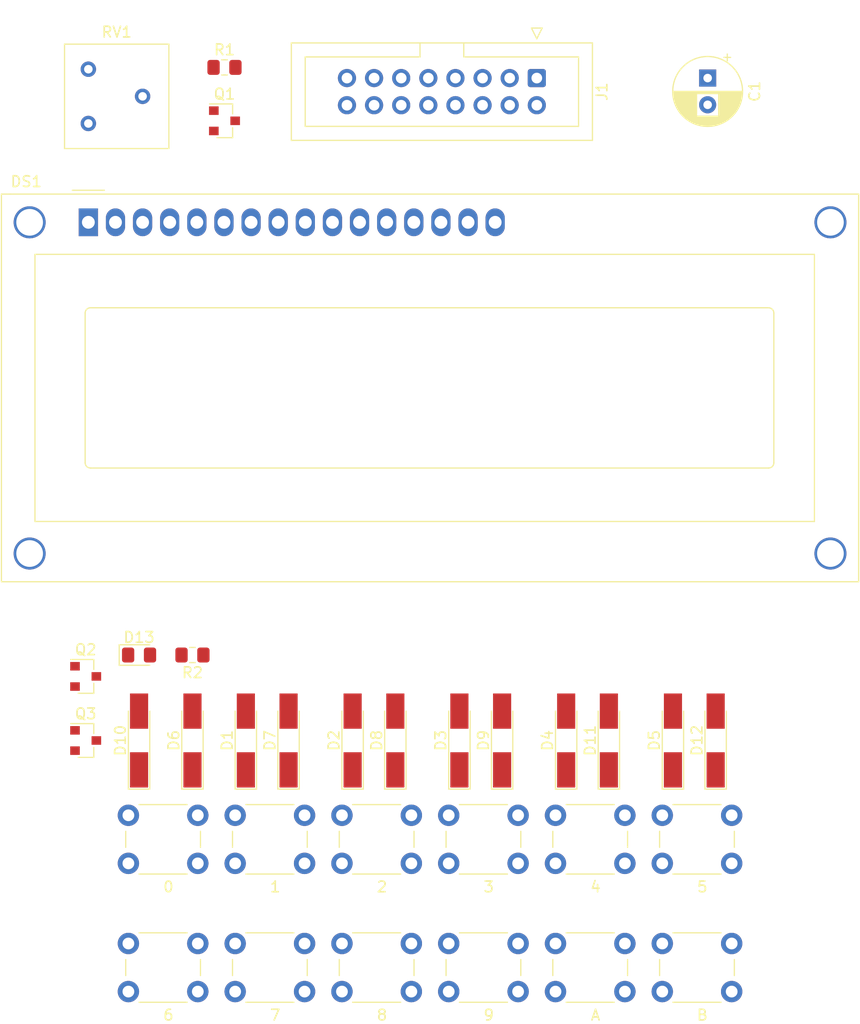
<source format=kicad_pcb>
(kicad_pcb (version 20171130) (host pcbnew "(5.1.6-0-10_14)")

  (general
    (thickness 1.6)
    (drawings 0)
    (tracks 0)
    (zones 0)
    (modules 34)
    (nets 34)
  )

  (page A4)
  (layers
    (0 F.Cu signal)
    (31 B.Cu signal)
    (32 B.Adhes user)
    (33 F.Adhes user)
    (34 B.Paste user)
    (35 F.Paste user)
    (36 B.SilkS user)
    (37 F.SilkS user)
    (38 B.Mask user)
    (39 F.Mask user)
    (40 Dwgs.User user)
    (41 Cmts.User user)
    (42 Eco1.User user)
    (43 Eco2.User user)
    (44 Edge.Cuts user)
    (45 Margin user)
    (46 B.CrtYd user)
    (47 F.CrtYd user)
    (48 B.Fab user)
    (49 F.Fab user)
  )

  (setup
    (last_trace_width 0.25)
    (trace_clearance 0.2)
    (zone_clearance 0.508)
    (zone_45_only no)
    (trace_min 0.2)
    (via_size 0.8)
    (via_drill 0.4)
    (via_min_size 0.4)
    (via_min_drill 0.3)
    (uvia_size 0.3)
    (uvia_drill 0.1)
    (uvias_allowed no)
    (uvia_min_size 0.2)
    (uvia_min_drill 0.1)
    (edge_width 0.05)
    (segment_width 0.2)
    (pcb_text_width 0.3)
    (pcb_text_size 1.5 1.5)
    (mod_edge_width 0.12)
    (mod_text_size 1 1)
    (mod_text_width 0.15)
    (pad_size 1.524 1.524)
    (pad_drill 0.762)
    (pad_to_mask_clearance 0.05)
    (aux_axis_origin 0 0)
    (visible_elements FFFFFF7F)
    (pcbplotparams
      (layerselection 0x010fc_ffffffff)
      (usegerberextensions false)
      (usegerberattributes true)
      (usegerberadvancedattributes true)
      (creategerberjobfile true)
      (excludeedgelayer true)
      (linewidth 0.100000)
      (plotframeref false)
      (viasonmask false)
      (mode 1)
      (useauxorigin false)
      (hpglpennumber 1)
      (hpglpenspeed 20)
      (hpglpendiameter 15.000000)
      (psnegative false)
      (psa4output false)
      (plotreference true)
      (plotvalue true)
      (plotinvisibletext false)
      (padsonsilk false)
      (subtractmaskfromsilk false)
      (outputformat 1)
      (mirror false)
      (drillshape 1)
      (scaleselection 1)
      (outputdirectory ""))
  )

  (net 0 "")
  (net 1 GND)
  (net 2 D2)
  (net 3 D0)
  (net 4 D1)
  (net 5 VCC)
  (net 6 D3)
  (net 7 D5)
  (net 8 D7)
  (net 9 D9)
  (net 10 D11)
  (net 11 WR)
  (net 12 D4)
  (net 13 D6)
  (net 14 D8)
  (net 15 D10)
  (net 16 RD)
  (net 17 "Net-(D1-Pad1)")
  (net 18 "Net-(D2-Pad1)")
  (net 19 "Net-(D3-Pad1)")
  (net 20 "Net-(D4-Pad1)")
  (net 21 "Net-(D5-Pad1)")
  (net 22 "Net-(D6-Pad1)")
  (net 23 "Net-(D7-Pad1)")
  (net 24 "Net-(D8-Pad1)")
  (net 25 "Net-(D9-Pad1)")
  (net 26 "Net-(D10-Pad1)")
  (net 27 "Net-(D11-Pad1)")
  (net 28 "Net-(D12-Pad1)")
  (net 29 "Net-(D13-Pad2)")
  (net 30 "Net-(D13-Pad1)")
  (net 31 "Net-(DS1-Pad4)")
  (net 32 "Net-(DS1-Pad3)")
  (net 33 "Net-(Q3-Pad3)")

  (net_class Default "This is the default net class."
    (clearance 0.2)
    (trace_width 0.25)
    (via_dia 0.8)
    (via_drill 0.4)
    (uvia_dia 0.3)
    (uvia_drill 0.1)
    (add_net D0)
    (add_net D1)
    (add_net D10)
    (add_net D11)
    (add_net D2)
    (add_net D3)
    (add_net D4)
    (add_net D5)
    (add_net D6)
    (add_net D7)
    (add_net D8)
    (add_net D9)
    (add_net GND)
    (add_net "Net-(D1-Pad1)")
    (add_net "Net-(D10-Pad1)")
    (add_net "Net-(D11-Pad1)")
    (add_net "Net-(D12-Pad1)")
    (add_net "Net-(D13-Pad1)")
    (add_net "Net-(D13-Pad2)")
    (add_net "Net-(D2-Pad1)")
    (add_net "Net-(D3-Pad1)")
    (add_net "Net-(D4-Pad1)")
    (add_net "Net-(D5-Pad1)")
    (add_net "Net-(D6-Pad1)")
    (add_net "Net-(D7-Pad1)")
    (add_net "Net-(D8-Pad1)")
    (add_net "Net-(D9-Pad1)")
    (add_net "Net-(DS1-Pad3)")
    (add_net "Net-(DS1-Pad4)")
    (add_net "Net-(Q3-Pad3)")
    (add_net RD)
    (add_net VCC)
    (add_net WR)
  )

  (module Potentiometer_THT:Potentiometer_Bourns_3386F_Vertical (layer F.Cu) (tedit 5AA07388) (tstamp 5F697BA9)
    (at 131.25 32.25)
    (descr "Potentiometer, vertical, Bourns 3386F, https://www.bourns.com/pdfs/3386.pdf")
    (tags "Potentiometer vertical Bourns 3386F")
    (path /5F6EB0F8)
    (fp_text reference RV1 (at 2.655 -8.555) (layer F.SilkS)
      (effects (font (size 1 1) (thickness 0.15)))
    )
    (fp_text value 10k (at 2.655 3.475) (layer F.Fab)
      (effects (font (size 1 1) (thickness 0.15)))
    )
    (fp_text user %R (at -1.11 -2.54 90) (layer F.Fab)
      (effects (font (size 1 1) (thickness 0.15)))
    )
    (fp_circle (center 1.781 -2.54) (end 3.356 -2.54) (layer F.Fab) (width 0.1))
    (fp_line (start -2.11 -7.305) (end -2.11 2.225) (layer F.Fab) (width 0.1))
    (fp_line (start -2.11 2.225) (end 7.42 2.225) (layer F.Fab) (width 0.1))
    (fp_line (start 7.42 2.225) (end 7.42 -7.305) (layer F.Fab) (width 0.1))
    (fp_line (start 7.42 -7.305) (end -2.11 -7.305) (layer F.Fab) (width 0.1))
    (fp_line (start 1.781 -0.98) (end 1.781 -4.099) (layer F.Fab) (width 0.1))
    (fp_line (start 1.781 -0.98) (end 1.781 -4.099) (layer F.Fab) (width 0.1))
    (fp_line (start -2.23 -7.425) (end 7.54 -7.425) (layer F.SilkS) (width 0.12))
    (fp_line (start -2.23 2.345) (end 7.54 2.345) (layer F.SilkS) (width 0.12))
    (fp_line (start -2.23 -7.425) (end -2.23 2.345) (layer F.SilkS) (width 0.12))
    (fp_line (start 7.54 -7.425) (end 7.54 2.345) (layer F.SilkS) (width 0.12))
    (fp_line (start -2.36 -7.56) (end -2.36 2.48) (layer F.CrtYd) (width 0.05))
    (fp_line (start -2.36 2.48) (end 7.67 2.48) (layer F.CrtYd) (width 0.05))
    (fp_line (start 7.67 2.48) (end 7.67 -7.56) (layer F.CrtYd) (width 0.05))
    (fp_line (start 7.67 -7.56) (end -2.36 -7.56) (layer F.CrtYd) (width 0.05))
    (pad 1 thru_hole circle (at 0 0) (size 1.44 1.44) (drill 0.8) (layers *.Cu *.Mask)
      (net 1 GND))
    (pad 2 thru_hole circle (at 5.08 -2.54) (size 1.44 1.44) (drill 0.8) (layers *.Cu *.Mask)
      (net 32 "Net-(DS1-Pad3)"))
    (pad 3 thru_hole circle (at 0 -5.08) (size 1.44 1.44) (drill 0.8) (layers *.Cu *.Mask)
      (net 5 VCC))
    (model ${KISYS3DMOD}/Potentiometer_THT.3dshapes/Potentiometer_Bourns_3386F_Vertical.wrl
      (at (xyz 0 0 0))
      (scale (xyz 1 1 1))
      (rotate (xyz 0 0 0))
    )
  )

  (module Resistor_SMD:R_0805_2012Metric_Pad1.15x1.40mm_HandSolder (layer F.Cu) (tedit 5F57C6E4) (tstamp 5F697B92)
    (at 141 82 180)
    (descr "Resistor SMD 0805 (2012 Metric), square (rectangular) end terminal, IPC_7351 nominal with elongated pad for handsoldering. (Body size source: https://docs.google.com/spreadsheets/d/1BsfQQcO9C6DZCsRaXUlFlo91Tg2WpOkGARC1WS5S8t0/edit?usp=sharing), generated with kicad-footprint-generator")
    (tags "resistor handsolder")
    (path /5F6FF1C1)
    (attr smd)
    (fp_text reference R2 (at 0 -1.65) (layer F.SilkS)
      (effects (font (size 1 1) (thickness 0.15)))
    )
    (fp_text value 10k (at 0 1.65) (layer F.Fab) hide
      (effects (font (size 1 1) (thickness 0.15)))
    )
    (fp_text user %R (at 0 0) (layer F.Fab)
      (effects (font (size 0.5 0.5) (thickness 0.08)))
    )
    (fp_line (start 1.85 0.95) (end -1.85 0.95) (layer F.CrtYd) (width 0.05))
    (fp_line (start 1.85 -0.95) (end 1.85 0.95) (layer F.CrtYd) (width 0.05))
    (fp_line (start -1.85 -0.95) (end 1.85 -0.95) (layer F.CrtYd) (width 0.05))
    (fp_line (start -1.85 0.95) (end -1.85 -0.95) (layer F.CrtYd) (width 0.05))
    (fp_line (start -0.261252 0.71) (end 0.261252 0.71) (layer F.SilkS) (width 0.12))
    (fp_line (start -0.261252 -0.71) (end 0.261252 -0.71) (layer F.SilkS) (width 0.12))
    (fp_line (start 1 0.6) (end -1 0.6) (layer F.Fab) (width 0.1))
    (fp_line (start 1 -0.6) (end 1 0.6) (layer F.Fab) (width 0.1))
    (fp_line (start -1 -0.6) (end 1 -0.6) (layer F.Fab) (width 0.1))
    (fp_line (start -1 0.6) (end -1 -0.6) (layer F.Fab) (width 0.1))
    (pad 2 smd roundrect (at 1.025 0 180) (size 1.15 1.4) (layers F.Cu F.Paste F.Mask) (roundrect_rratio 0.217391)
      (net 29 "Net-(D13-Pad2)"))
    (pad 1 smd roundrect (at -1.025 0 180) (size 1.15 1.4) (layers F.Cu F.Paste F.Mask) (roundrect_rratio 0.217391)
      (net 5 VCC))
    (model ${KISYS3DMOD}/Resistor_SMD.3dshapes/R_0805_2012Metric.wrl
      (at (xyz 0 0 0))
      (scale (xyz 1 1 1))
      (rotate (xyz 0 0 0))
    )
  )

  (module Resistor_SMD:R_0805_2012Metric_Pad1.15x1.40mm_HandSolder (layer F.Cu) (tedit 5F57C6E4) (tstamp 5F697B81)
    (at 144 27)
    (descr "Resistor SMD 0805 (2012 Metric), square (rectangular) end terminal, IPC_7351 nominal with elongated pad for handsoldering. (Body size source: https://docs.google.com/spreadsheets/d/1BsfQQcO9C6DZCsRaXUlFlo91Tg2WpOkGARC1WS5S8t0/edit?usp=sharing), generated with kicad-footprint-generator")
    (tags "resistor handsolder")
    (path /5F6AB70A)
    (attr smd)
    (fp_text reference R1 (at 0 -1.65) (layer F.SilkS)
      (effects (font (size 1 1) (thickness 0.15)))
    )
    (fp_text value 10k (at 0 1.65) (layer F.Fab) hide
      (effects (font (size 1 1) (thickness 0.15)))
    )
    (fp_text user %R (at 0 0) (layer F.Fab)
      (effects (font (size 0.5 0.5) (thickness 0.08)))
    )
    (fp_line (start 1.85 0.95) (end -1.85 0.95) (layer F.CrtYd) (width 0.05))
    (fp_line (start 1.85 -0.95) (end 1.85 0.95) (layer F.CrtYd) (width 0.05))
    (fp_line (start -1.85 -0.95) (end 1.85 -0.95) (layer F.CrtYd) (width 0.05))
    (fp_line (start -1.85 0.95) (end -1.85 -0.95) (layer F.CrtYd) (width 0.05))
    (fp_line (start -0.261252 0.71) (end 0.261252 0.71) (layer F.SilkS) (width 0.12))
    (fp_line (start -0.261252 -0.71) (end 0.261252 -0.71) (layer F.SilkS) (width 0.12))
    (fp_line (start 1 0.6) (end -1 0.6) (layer F.Fab) (width 0.1))
    (fp_line (start 1 -0.6) (end 1 0.6) (layer F.Fab) (width 0.1))
    (fp_line (start -1 -0.6) (end 1 -0.6) (layer F.Fab) (width 0.1))
    (fp_line (start -1 0.6) (end -1 -0.6) (layer F.Fab) (width 0.1))
    (pad 2 smd roundrect (at 1.025 0) (size 1.15 1.4) (layers F.Cu F.Paste F.Mask) (roundrect_rratio 0.217391)
      (net 31 "Net-(DS1-Pad4)"))
    (pad 1 smd roundrect (at -1.025 0) (size 1.15 1.4) (layers F.Cu F.Paste F.Mask) (roundrect_rratio 0.217391)
      (net 5 VCC))
    (model ${KISYS3DMOD}/Resistor_SMD.3dshapes/R_0805_2012Metric.wrl
      (at (xyz 0 0 0))
      (scale (xyz 1 1 1))
      (rotate (xyz 0 0 0))
    )
  )

  (module Package_TO_SOT_SMD:SOT-23 (layer F.Cu) (tedit 5F5CF1A4) (tstamp 5F697B70)
    (at 131 90)
    (descr "SOT-23, Standard")
    (tags SOT-23)
    (path /5F69B377)
    (attr smd)
    (fp_text reference Q3 (at 0 -2.5) (layer F.SilkS)
      (effects (font (size 1 1) (thickness 0.15)))
    )
    (fp_text value 2N7002 (at 0 2.5) (layer F.Fab) hide
      (effects (font (size 1 1) (thickness 0.15)))
    )
    (fp_text user %R (at 0 0 90) (layer F.Fab)
      (effects (font (size 0.5 0.5) (thickness 0.075)))
    )
    (fp_line (start 0.76 1.58) (end -0.7 1.58) (layer F.SilkS) (width 0.12))
    (fp_line (start 0.76 -1.58) (end -1.4 -1.58) (layer F.SilkS) (width 0.12))
    (fp_line (start -1.7 1.75) (end -1.7 -1.75) (layer F.CrtYd) (width 0.05))
    (fp_line (start 1.7 1.75) (end -1.7 1.75) (layer F.CrtYd) (width 0.05))
    (fp_line (start 1.7 -1.75) (end 1.7 1.75) (layer F.CrtYd) (width 0.05))
    (fp_line (start -1.7 -1.75) (end 1.7 -1.75) (layer F.CrtYd) (width 0.05))
    (fp_line (start 0.76 -1.58) (end 0.76 -0.65) (layer F.SilkS) (width 0.12))
    (fp_line (start 0.76 1.58) (end 0.76 0.65) (layer F.SilkS) (width 0.12))
    (fp_line (start -0.7 1.52) (end 0.7 1.52) (layer F.Fab) (width 0.1))
    (fp_line (start 0.7 -1.52) (end 0.7 1.52) (layer F.Fab) (width 0.1))
    (fp_line (start -0.7 -0.95) (end -0.15 -1.52) (layer F.Fab) (width 0.1))
    (fp_line (start -0.15 -1.52) (end 0.7 -1.52) (layer F.Fab) (width 0.1))
    (fp_line (start -0.7 -0.95) (end -0.7 1.5) (layer F.Fab) (width 0.1))
    (pad 3 smd rect (at 1 0) (size 0.9 0.8) (layers F.Cu F.Paste F.Mask)
      (net 33 "Net-(Q3-Pad3)"))
    (pad 2 smd rect (at -1 0.95) (size 0.9 0.8) (layers F.Cu F.Paste F.Mask)
      (net 1 GND))
    (pad 1 smd rect (at -1 -0.95) (size 0.9 0.8) (layers F.Cu F.Paste F.Mask)
      (net 16 RD))
    (model ${KISYS3DMOD}/Package_TO_SOT_SMD.3dshapes/SOT-23.wrl
      (at (xyz 0 0 0))
      (scale (xyz 1 1 1))
      (rotate (xyz 0 0 0))
    )
  )

  (module Package_TO_SOT_SMD:SOT-23 (layer F.Cu) (tedit 5F5CF1A4) (tstamp 5F697B5B)
    (at 131 84)
    (descr "SOT-23, Standard")
    (tags SOT-23)
    (path /5F6FE2CD)
    (attr smd)
    (fp_text reference Q2 (at 0 -2.5) (layer F.SilkS)
      (effects (font (size 1 1) (thickness 0.15)))
    )
    (fp_text value 2N7002 (at 0 2.5) (layer F.Fab) hide
      (effects (font (size 1 1) (thickness 0.15)))
    )
    (fp_text user %R (at 0 0 90) (layer F.Fab)
      (effects (font (size 0.5 0.5) (thickness 0.075)))
    )
    (fp_line (start 0.76 1.58) (end -0.7 1.58) (layer F.SilkS) (width 0.12))
    (fp_line (start 0.76 -1.58) (end -1.4 -1.58) (layer F.SilkS) (width 0.12))
    (fp_line (start -1.7 1.75) (end -1.7 -1.75) (layer F.CrtYd) (width 0.05))
    (fp_line (start 1.7 1.75) (end -1.7 1.75) (layer F.CrtYd) (width 0.05))
    (fp_line (start 1.7 -1.75) (end 1.7 1.75) (layer F.CrtYd) (width 0.05))
    (fp_line (start -1.7 -1.75) (end 1.7 -1.75) (layer F.CrtYd) (width 0.05))
    (fp_line (start 0.76 -1.58) (end 0.76 -0.65) (layer F.SilkS) (width 0.12))
    (fp_line (start 0.76 1.58) (end 0.76 0.65) (layer F.SilkS) (width 0.12))
    (fp_line (start -0.7 1.52) (end 0.7 1.52) (layer F.Fab) (width 0.1))
    (fp_line (start 0.7 -1.52) (end 0.7 1.52) (layer F.Fab) (width 0.1))
    (fp_line (start -0.7 -0.95) (end -0.15 -1.52) (layer F.Fab) (width 0.1))
    (fp_line (start -0.15 -1.52) (end 0.7 -1.52) (layer F.Fab) (width 0.1))
    (fp_line (start -0.7 -0.95) (end -0.7 1.5) (layer F.Fab) (width 0.1))
    (pad 3 smd rect (at 1 0) (size 0.9 0.8) (layers F.Cu F.Paste F.Mask)
      (net 30 "Net-(D13-Pad1)"))
    (pad 2 smd rect (at -1 0.95) (size 0.9 0.8) (layers F.Cu F.Paste F.Mask)
      (net 1 GND))
    (pad 1 smd rect (at -1 -0.95) (size 0.9 0.8) (layers F.Cu F.Paste F.Mask)
      (net 16 RD))
    (model ${KISYS3DMOD}/Package_TO_SOT_SMD.3dshapes/SOT-23.wrl
      (at (xyz 0 0 0))
      (scale (xyz 1 1 1))
      (rotate (xyz 0 0 0))
    )
  )

  (module Package_TO_SOT_SMD:SOT-23 (layer F.Cu) (tedit 5F5CF1A4) (tstamp 5F697B46)
    (at 144 32)
    (descr "SOT-23, Standard")
    (tags SOT-23)
    (path /5F6AB237)
    (attr smd)
    (fp_text reference Q1 (at 0 -2.5) (layer F.SilkS)
      (effects (font (size 1 1) (thickness 0.15)))
    )
    (fp_text value 2N7002 (at 0 2.5) (layer F.Fab) hide
      (effects (font (size 1 1) (thickness 0.15)))
    )
    (fp_text user %R (at 0 0 90) (layer F.Fab)
      (effects (font (size 0.5 0.5) (thickness 0.075)))
    )
    (fp_line (start 0.76 1.58) (end -0.7 1.58) (layer F.SilkS) (width 0.12))
    (fp_line (start 0.76 -1.58) (end -1.4 -1.58) (layer F.SilkS) (width 0.12))
    (fp_line (start -1.7 1.75) (end -1.7 -1.75) (layer F.CrtYd) (width 0.05))
    (fp_line (start 1.7 1.75) (end -1.7 1.75) (layer F.CrtYd) (width 0.05))
    (fp_line (start 1.7 -1.75) (end 1.7 1.75) (layer F.CrtYd) (width 0.05))
    (fp_line (start -1.7 -1.75) (end 1.7 -1.75) (layer F.CrtYd) (width 0.05))
    (fp_line (start 0.76 -1.58) (end 0.76 -0.65) (layer F.SilkS) (width 0.12))
    (fp_line (start 0.76 1.58) (end 0.76 0.65) (layer F.SilkS) (width 0.12))
    (fp_line (start -0.7 1.52) (end 0.7 1.52) (layer F.Fab) (width 0.1))
    (fp_line (start 0.7 -1.52) (end 0.7 1.52) (layer F.Fab) (width 0.1))
    (fp_line (start -0.7 -0.95) (end -0.15 -1.52) (layer F.Fab) (width 0.1))
    (fp_line (start -0.15 -1.52) (end 0.7 -1.52) (layer F.Fab) (width 0.1))
    (fp_line (start -0.7 -0.95) (end -0.7 1.5) (layer F.Fab) (width 0.1))
    (pad 3 smd rect (at 1 0) (size 0.9 0.8) (layers F.Cu F.Paste F.Mask)
      (net 31 "Net-(DS1-Pad4)"))
    (pad 2 smd rect (at -1 0.95) (size 0.9 0.8) (layers F.Cu F.Paste F.Mask)
      (net 1 GND))
    (pad 1 smd rect (at -1 -0.95) (size 0.9 0.8) (layers F.Cu F.Paste F.Mask)
      (net 14 D8))
    (model ${KISYS3DMOD}/Package_TO_SOT_SMD.3dshapes/SOT-23.wrl
      (at (xyz 0 0 0))
      (scale (xyz 1 1 1))
      (rotate (xyz 0 0 0))
    )
  )

  (module Display:WC1602A (layer F.Cu) (tedit 5A02FE80) (tstamp 5F697AC9)
    (at 131.25 41.5)
    (descr "LCD 16x2 http://www.wincomlcd.com/pdf/WC1602A-SFYLYHTC06.pdf")
    (tags "LCD 16x2 Alphanumeric 16pin")
    (path /5F695676)
    (fp_text reference DS1 (at -5.82 -3.81) (layer F.SilkS)
      (effects (font (size 1 1) (thickness 0.15)))
    )
    (fp_text value WC1602A (at -4.31 34.66) (layer F.Fab)
      (effects (font (size 1 1) (thickness 0.15)))
    )
    (fp_arc (start 0.20066 8.49884) (end -0.29972 8.49884) (angle 90) (layer F.SilkS) (width 0.12))
    (fp_arc (start 0.20066 22.49932) (end 0.20066 22.9997) (angle 90) (layer F.SilkS) (width 0.12))
    (fp_arc (start 63.70066 22.49932) (end 64.20104 22.49932) (angle 90) (layer F.SilkS) (width 0.12))
    (fp_arc (start 63.7 8.5) (end 63.7 8) (angle 90) (layer F.SilkS) (width 0.12))
    (fp_text user %R (at 30.37 14.74) (layer F.Fab)
      (effects (font (size 1 1) (thickness 0.1)))
    )
    (fp_line (start -8.14 33.64) (end 72.14 33.64) (layer F.SilkS) (width 0.12))
    (fp_line (start 72.14 33.64) (end 72.14 -2.64) (layer F.SilkS) (width 0.12))
    (fp_line (start 72.14 -2.64) (end -7.34 -2.64) (layer F.SilkS) (width 0.12))
    (fp_line (start -8.14 -2.64) (end -8.14 33.64) (layer F.SilkS) (width 0.12))
    (fp_line (start -8.13 -2.64) (end -7.34 -2.64) (layer F.SilkS) (width 0.12))
    (fp_line (start -8.25 -2.75) (end -8.25 33.75) (layer F.CrtYd) (width 0.05))
    (fp_line (start -8.25 33.75) (end 72.25 33.75) (layer F.CrtYd) (width 0.05))
    (fp_line (start 72.25 -2.75) (end 72.25 33.75) (layer F.CrtYd) (width 0.05))
    (fp_line (start -1.5 -3) (end 1.5 -3) (layer F.SilkS) (width 0.12))
    (fp_line (start -8.25 -2.75) (end 72.25 -2.75) (layer F.CrtYd) (width 0.05))
    (fp_line (start 1 -2.5) (end 0 -1.5) (layer F.Fab) (width 0.1))
    (fp_line (start 0 -1.5) (end -1 -2.5) (layer F.Fab) (width 0.1))
    (fp_line (start -1 -2.5) (end -8 -2.5) (layer F.Fab) (width 0.1))
    (fp_line (start 0.2 8) (end 63.7 8) (layer F.SilkS) (width 0.12))
    (fp_line (start -0.29972 22.49932) (end -0.29972 8.5) (layer F.SilkS) (width 0.12))
    (fp_line (start 63.70066 23) (end 0.2 23) (layer F.SilkS) (width 0.12))
    (fp_line (start 64.2 8.5) (end 64.2 22.5) (layer F.SilkS) (width 0.12))
    (fp_line (start -5 3) (end 68 3) (layer F.SilkS) (width 0.12))
    (fp_line (start 68 3) (end 68 28) (layer F.SilkS) (width 0.12))
    (fp_line (start 68 28) (end -5 28) (layer F.SilkS) (width 0.12))
    (fp_line (start -5 28) (end -5 3) (layer F.SilkS) (width 0.12))
    (fp_line (start 1 -2.5) (end 72 -2.5) (layer F.Fab) (width 0.1))
    (fp_line (start 72 -2.5) (end 72 33.5) (layer F.Fab) (width 0.1))
    (fp_line (start 72 33.5) (end -8 33.5) (layer F.Fab) (width 0.1))
    (fp_line (start -8 33.5) (end -8 -2.5) (layer F.Fab) (width 0.1))
    (pad "" thru_hole circle (at 69.5 0) (size 3 3) (drill 2.5) (layers *.Cu *.Mask))
    (pad "" thru_hole circle (at 69.49948 31.0007) (size 3 3) (drill 2.5) (layers *.Cu *.Mask))
    (pad "" thru_hole circle (at -5.4991 31.0007) (size 3 3) (drill 2.5) (layers *.Cu *.Mask))
    (pad "" thru_hole circle (at -5.4991 0) (size 3 3) (drill 2.5) (layers *.Cu *.Mask))
    (pad 16 thru_hole oval (at 38.1 0) (size 1.8 2.6) (drill 1.2) (layers *.Cu *.Mask)
      (net 1 GND))
    (pad 15 thru_hole oval (at 35.56 0) (size 1.8 2.6) (drill 1.2) (layers *.Cu *.Mask)
      (net 5 VCC))
    (pad 14 thru_hole oval (at 33.02 0) (size 1.8 2.6) (drill 1.2) (layers *.Cu *.Mask)
      (net 8 D7))
    (pad 13 thru_hole oval (at 30.48 0) (size 1.8 2.6) (drill 1.2) (layers *.Cu *.Mask)
      (net 13 D6))
    (pad 12 thru_hole oval (at 27.94 0) (size 1.8 2.6) (drill 1.2) (layers *.Cu *.Mask)
      (net 7 D5))
    (pad 11 thru_hole oval (at 25.4 0) (size 1.8 2.6) (drill 1.2) (layers *.Cu *.Mask)
      (net 12 D4))
    (pad 10 thru_hole oval (at 22.86 0) (size 1.8 2.6) (drill 1.2) (layers *.Cu *.Mask)
      (net 6 D3))
    (pad 9 thru_hole oval (at 20.32 0) (size 1.8 2.6) (drill 1.2) (layers *.Cu *.Mask)
      (net 2 D2))
    (pad 8 thru_hole oval (at 17.78 0) (size 1.8 2.6) (drill 1.2) (layers *.Cu *.Mask)
      (net 4 D1))
    (pad 7 thru_hole oval (at 15.24 0) (size 1.8 2.6) (drill 1.2) (layers *.Cu *.Mask)
      (net 3 D0))
    (pad 6 thru_hole oval (at 12.7 0) (size 1.8 2.6) (drill 1.2) (layers *.Cu *.Mask)
      (net 11 WR))
    (pad 5 thru_hole oval (at 10.16 0) (size 1.8 2.6) (drill 1.2) (layers *.Cu *.Mask)
      (net 1 GND))
    (pad 4 thru_hole oval (at 7.62 0) (size 1.8 2.6) (drill 1.2) (layers *.Cu *.Mask)
      (net 31 "Net-(DS1-Pad4)"))
    (pad 3 thru_hole oval (at 5.08 0) (size 1.8 2.6) (drill 1.2) (layers *.Cu *.Mask)
      (net 32 "Net-(DS1-Pad3)"))
    (pad 2 thru_hole oval (at 2.54 0) (size 1.8 2.6) (drill 1.2) (layers *.Cu *.Mask)
      (net 5 VCC))
    (pad 1 thru_hole rect (at 0 0) (size 1.8 2.6) (drill 1.2) (layers *.Cu *.Mask)
      (net 1 GND))
    (model ${KISYS3DMOD}/Display.3dshapes/WC1602A.wrl
      (at (xyz 0 0 0))
      (scale (xyz 1 1 1))
      (rotate (xyz 0 0 0))
    )
  )

  (module Diode_SMD:D_0805_2012Metric_Pad1.15x1.40mm_HandSolder (layer F.Cu) (tedit 5B4B45C8) (tstamp 5F697A93)
    (at 136 82)
    (descr "Diode SMD 0805 (2012 Metric), square (rectangular) end terminal, IPC_7351 nominal, (Body size source: https://docs.google.com/spreadsheets/d/1BsfQQcO9C6DZCsRaXUlFlo91Tg2WpOkGARC1WS5S8t0/edit?usp=sharing), generated with kicad-footprint-generator")
    (tags "diode handsolder")
    (path /5F6FFC1F)
    (attr smd)
    (fp_text reference D13 (at 0 -1.65) (layer F.SilkS)
      (effects (font (size 1 1) (thickness 0.15)))
    )
    (fp_text value RD (at 0 1.65) (layer F.Fab)
      (effects (font (size 1 1) (thickness 0.15)))
    )
    (fp_text user %R (at 0 0) (layer F.Fab)
      (effects (font (size 0.5 0.5) (thickness 0.08)))
    )
    (fp_line (start 1 -0.6) (end -0.7 -0.6) (layer F.Fab) (width 0.1))
    (fp_line (start -0.7 -0.6) (end -1 -0.3) (layer F.Fab) (width 0.1))
    (fp_line (start -1 -0.3) (end -1 0.6) (layer F.Fab) (width 0.1))
    (fp_line (start -1 0.6) (end 1 0.6) (layer F.Fab) (width 0.1))
    (fp_line (start 1 0.6) (end 1 -0.6) (layer F.Fab) (width 0.1))
    (fp_line (start 1 -0.96) (end -1.86 -0.96) (layer F.SilkS) (width 0.12))
    (fp_line (start -1.86 -0.96) (end -1.86 0.96) (layer F.SilkS) (width 0.12))
    (fp_line (start -1.86 0.96) (end 1 0.96) (layer F.SilkS) (width 0.12))
    (fp_line (start -1.85 0.95) (end -1.85 -0.95) (layer F.CrtYd) (width 0.05))
    (fp_line (start -1.85 -0.95) (end 1.85 -0.95) (layer F.CrtYd) (width 0.05))
    (fp_line (start 1.85 -0.95) (end 1.85 0.95) (layer F.CrtYd) (width 0.05))
    (fp_line (start 1.85 0.95) (end -1.85 0.95) (layer F.CrtYd) (width 0.05))
    (pad 2 smd roundrect (at 1.025 0) (size 1.15 1.4) (layers F.Cu F.Paste F.Mask) (roundrect_rratio 0.217391)
      (net 29 "Net-(D13-Pad2)"))
    (pad 1 smd roundrect (at -1.025 0) (size 1.15 1.4) (layers F.Cu F.Paste F.Mask) (roundrect_rratio 0.217391)
      (net 30 "Net-(D13-Pad1)"))
    (model ${KISYS3DMOD}/Diode_SMD.3dshapes/D_0805_2012Metric.wrl
      (at (xyz 0 0 0))
      (scale (xyz 1 1 1))
      (rotate (xyz 0 0 0))
    )
  )

  (module Diode_SMD:D_MiniMELF_Handsoldering (layer F.Cu) (tedit 5905D919) (tstamp 5F697A80)
    (at 190 90 90)
    (descr "Diode Mini-MELF Handsoldering")
    (tags "Diode Mini-MELF Handsoldering")
    (path /5F6D9A58)
    (attr smd)
    (fp_text reference D12 (at 0 -1.75 90) (layer F.SilkS)
      (effects (font (size 1 1) (thickness 0.15)))
    )
    (fp_text value 1N4148 (at 0 1.75 90) (layer F.Fab)
      (effects (font (size 1 1) (thickness 0.15)))
    )
    (fp_text user %R (at 0 -1.75 90) (layer F.Fab)
      (effects (font (size 1 1) (thickness 0.15)))
    )
    (fp_line (start 2.75 -1) (end -4.55 -1) (layer F.SilkS) (width 0.12))
    (fp_line (start -4.55 -1) (end -4.55 1) (layer F.SilkS) (width 0.12))
    (fp_line (start -4.55 1) (end 2.75 1) (layer F.SilkS) (width 0.12))
    (fp_line (start 1.65 -0.8) (end 1.65 0.8) (layer F.Fab) (width 0.1))
    (fp_line (start 1.65 0.8) (end -1.65 0.8) (layer F.Fab) (width 0.1))
    (fp_line (start -1.65 0.8) (end -1.65 -0.8) (layer F.Fab) (width 0.1))
    (fp_line (start -1.65 -0.8) (end 1.65 -0.8) (layer F.Fab) (width 0.1))
    (fp_line (start 0.25 0) (end 0.75 0) (layer F.Fab) (width 0.1))
    (fp_line (start 0.25 0.4) (end -0.35 0) (layer F.Fab) (width 0.1))
    (fp_line (start 0.25 -0.4) (end 0.25 0.4) (layer F.Fab) (width 0.1))
    (fp_line (start -0.35 0) (end 0.25 -0.4) (layer F.Fab) (width 0.1))
    (fp_line (start -0.35 0) (end -0.35 0.55) (layer F.Fab) (width 0.1))
    (fp_line (start -0.35 0) (end -0.35 -0.55) (layer F.Fab) (width 0.1))
    (fp_line (start -0.75 0) (end -0.35 0) (layer F.Fab) (width 0.1))
    (fp_line (start -4.65 -1.1) (end 4.65 -1.1) (layer F.CrtYd) (width 0.05))
    (fp_line (start 4.65 -1.1) (end 4.65 1.1) (layer F.CrtYd) (width 0.05))
    (fp_line (start 4.65 1.1) (end -4.65 1.1) (layer F.CrtYd) (width 0.05))
    (fp_line (start -4.65 1.1) (end -4.65 -1.1) (layer F.CrtYd) (width 0.05))
    (pad 2 smd rect (at 2.75 0 90) (size 3.3 1.7) (layers F.Cu F.Paste F.Mask)
      (net 10 D11))
    (pad 1 smd rect (at -2.75 0 90) (size 3.3 1.7) (layers F.Cu F.Paste F.Mask)
      (net 28 "Net-(D12-Pad1)"))
    (model ${KISYS3DMOD}/Diode_SMD.3dshapes/D_MiniMELF.wrl
      (at (xyz 0 0 0))
      (scale (xyz 1 1 1))
      (rotate (xyz 0 0 0))
    )
  )

  (module Diode_SMD:D_MiniMELF_Handsoldering (layer F.Cu) (tedit 5905D919) (tstamp 5F697A67)
    (at 180 90 90)
    (descr "Diode Mini-MELF Handsoldering")
    (tags "Diode Mini-MELF Handsoldering")
    (path /5F6D95A6)
    (attr smd)
    (fp_text reference D11 (at 0 -1.75 90) (layer F.SilkS)
      (effects (font (size 1 1) (thickness 0.15)))
    )
    (fp_text value 1N4148 (at 0 1.75 90) (layer F.Fab)
      (effects (font (size 1 1) (thickness 0.15)))
    )
    (fp_text user %R (at 0 -1.75 90) (layer F.Fab)
      (effects (font (size 1 1) (thickness 0.15)))
    )
    (fp_line (start 2.75 -1) (end -4.55 -1) (layer F.SilkS) (width 0.12))
    (fp_line (start -4.55 -1) (end -4.55 1) (layer F.SilkS) (width 0.12))
    (fp_line (start -4.55 1) (end 2.75 1) (layer F.SilkS) (width 0.12))
    (fp_line (start 1.65 -0.8) (end 1.65 0.8) (layer F.Fab) (width 0.1))
    (fp_line (start 1.65 0.8) (end -1.65 0.8) (layer F.Fab) (width 0.1))
    (fp_line (start -1.65 0.8) (end -1.65 -0.8) (layer F.Fab) (width 0.1))
    (fp_line (start -1.65 -0.8) (end 1.65 -0.8) (layer F.Fab) (width 0.1))
    (fp_line (start 0.25 0) (end 0.75 0) (layer F.Fab) (width 0.1))
    (fp_line (start 0.25 0.4) (end -0.35 0) (layer F.Fab) (width 0.1))
    (fp_line (start 0.25 -0.4) (end 0.25 0.4) (layer F.Fab) (width 0.1))
    (fp_line (start -0.35 0) (end 0.25 -0.4) (layer F.Fab) (width 0.1))
    (fp_line (start -0.35 0) (end -0.35 0.55) (layer F.Fab) (width 0.1))
    (fp_line (start -0.35 0) (end -0.35 -0.55) (layer F.Fab) (width 0.1))
    (fp_line (start -0.75 0) (end -0.35 0) (layer F.Fab) (width 0.1))
    (fp_line (start -4.65 -1.1) (end 4.65 -1.1) (layer F.CrtYd) (width 0.05))
    (fp_line (start 4.65 -1.1) (end 4.65 1.1) (layer F.CrtYd) (width 0.05))
    (fp_line (start 4.65 1.1) (end -4.65 1.1) (layer F.CrtYd) (width 0.05))
    (fp_line (start -4.65 1.1) (end -4.65 -1.1) (layer F.CrtYd) (width 0.05))
    (pad 2 smd rect (at 2.75 0 90) (size 3.3 1.7) (layers F.Cu F.Paste F.Mask)
      (net 15 D10))
    (pad 1 smd rect (at -2.75 0 90) (size 3.3 1.7) (layers F.Cu F.Paste F.Mask)
      (net 27 "Net-(D11-Pad1)"))
    (model ${KISYS3DMOD}/Diode_SMD.3dshapes/D_MiniMELF.wrl
      (at (xyz 0 0 0))
      (scale (xyz 1 1 1))
      (rotate (xyz 0 0 0))
    )
  )

  (module Diode_SMD:D_MiniMELF_Handsoldering (layer F.Cu) (tedit 5905D919) (tstamp 5F697A4E)
    (at 136 90 90)
    (descr "Diode Mini-MELF Handsoldering")
    (tags "Diode Mini-MELF Handsoldering")
    (path /5F6D8D32)
    (attr smd)
    (fp_text reference D10 (at 0 -1.75 90) (layer F.SilkS)
      (effects (font (size 1 1) (thickness 0.15)))
    )
    (fp_text value 1N4148 (at 0 1.75 90) (layer F.Fab)
      (effects (font (size 1 1) (thickness 0.15)))
    )
    (fp_text user %R (at 0 -1.75 90) (layer F.Fab)
      (effects (font (size 1 1) (thickness 0.15)))
    )
    (fp_line (start 2.75 -1) (end -4.55 -1) (layer F.SilkS) (width 0.12))
    (fp_line (start -4.55 -1) (end -4.55 1) (layer F.SilkS) (width 0.12))
    (fp_line (start -4.55 1) (end 2.75 1) (layer F.SilkS) (width 0.12))
    (fp_line (start 1.65 -0.8) (end 1.65 0.8) (layer F.Fab) (width 0.1))
    (fp_line (start 1.65 0.8) (end -1.65 0.8) (layer F.Fab) (width 0.1))
    (fp_line (start -1.65 0.8) (end -1.65 -0.8) (layer F.Fab) (width 0.1))
    (fp_line (start -1.65 -0.8) (end 1.65 -0.8) (layer F.Fab) (width 0.1))
    (fp_line (start 0.25 0) (end 0.75 0) (layer F.Fab) (width 0.1))
    (fp_line (start 0.25 0.4) (end -0.35 0) (layer F.Fab) (width 0.1))
    (fp_line (start 0.25 -0.4) (end 0.25 0.4) (layer F.Fab) (width 0.1))
    (fp_line (start -0.35 0) (end 0.25 -0.4) (layer F.Fab) (width 0.1))
    (fp_line (start -0.35 0) (end -0.35 0.55) (layer F.Fab) (width 0.1))
    (fp_line (start -0.35 0) (end -0.35 -0.55) (layer F.Fab) (width 0.1))
    (fp_line (start -0.75 0) (end -0.35 0) (layer F.Fab) (width 0.1))
    (fp_line (start -4.65 -1.1) (end 4.65 -1.1) (layer F.CrtYd) (width 0.05))
    (fp_line (start 4.65 -1.1) (end 4.65 1.1) (layer F.CrtYd) (width 0.05))
    (fp_line (start 4.65 1.1) (end -4.65 1.1) (layer F.CrtYd) (width 0.05))
    (fp_line (start -4.65 1.1) (end -4.65 -1.1) (layer F.CrtYd) (width 0.05))
    (pad 2 smd rect (at 2.75 0 90) (size 3.3 1.7) (layers F.Cu F.Paste F.Mask)
      (net 3 D0))
    (pad 1 smd rect (at -2.75 0 90) (size 3.3 1.7) (layers F.Cu F.Paste F.Mask)
      (net 26 "Net-(D10-Pad1)"))
    (model ${KISYS3DMOD}/Diode_SMD.3dshapes/D_MiniMELF.wrl
      (at (xyz 0 0 0))
      (scale (xyz 1 1 1))
      (rotate (xyz 0 0 0))
    )
  )

  (module Diode_SMD:D_MiniMELF_Handsoldering (layer F.Cu) (tedit 5905D919) (tstamp 5F697A35)
    (at 170 90 90)
    (descr "Diode Mini-MELF Handsoldering")
    (tags "Diode Mini-MELF Handsoldering")
    (path /5F6D4392)
    (attr smd)
    (fp_text reference D9 (at 0 -1.75 90) (layer F.SilkS)
      (effects (font (size 1 1) (thickness 0.15)))
    )
    (fp_text value 1N4148 (at 0 1.75 90) (layer F.Fab)
      (effects (font (size 1 1) (thickness 0.15)))
    )
    (fp_text user %R (at 0 -1.75 90) (layer F.Fab)
      (effects (font (size 1 1) (thickness 0.15)))
    )
    (fp_line (start 2.75 -1) (end -4.55 -1) (layer F.SilkS) (width 0.12))
    (fp_line (start -4.55 -1) (end -4.55 1) (layer F.SilkS) (width 0.12))
    (fp_line (start -4.55 1) (end 2.75 1) (layer F.SilkS) (width 0.12))
    (fp_line (start 1.65 -0.8) (end 1.65 0.8) (layer F.Fab) (width 0.1))
    (fp_line (start 1.65 0.8) (end -1.65 0.8) (layer F.Fab) (width 0.1))
    (fp_line (start -1.65 0.8) (end -1.65 -0.8) (layer F.Fab) (width 0.1))
    (fp_line (start -1.65 -0.8) (end 1.65 -0.8) (layer F.Fab) (width 0.1))
    (fp_line (start 0.25 0) (end 0.75 0) (layer F.Fab) (width 0.1))
    (fp_line (start 0.25 0.4) (end -0.35 0) (layer F.Fab) (width 0.1))
    (fp_line (start 0.25 -0.4) (end 0.25 0.4) (layer F.Fab) (width 0.1))
    (fp_line (start -0.35 0) (end 0.25 -0.4) (layer F.Fab) (width 0.1))
    (fp_line (start -0.35 0) (end -0.35 0.55) (layer F.Fab) (width 0.1))
    (fp_line (start -0.35 0) (end -0.35 -0.55) (layer F.Fab) (width 0.1))
    (fp_line (start -0.75 0) (end -0.35 0) (layer F.Fab) (width 0.1))
    (fp_line (start -4.65 -1.1) (end 4.65 -1.1) (layer F.CrtYd) (width 0.05))
    (fp_line (start 4.65 -1.1) (end 4.65 1.1) (layer F.CrtYd) (width 0.05))
    (fp_line (start 4.65 1.1) (end -4.65 1.1) (layer F.CrtYd) (width 0.05))
    (fp_line (start -4.65 1.1) (end -4.65 -1.1) (layer F.CrtYd) (width 0.05))
    (pad 2 smd rect (at 2.75 0 90) (size 3.3 1.7) (layers F.Cu F.Paste F.Mask)
      (net 9 D9))
    (pad 1 smd rect (at -2.75 0 90) (size 3.3 1.7) (layers F.Cu F.Paste F.Mask)
      (net 25 "Net-(D9-Pad1)"))
    (model ${KISYS3DMOD}/Diode_SMD.3dshapes/D_MiniMELF.wrl
      (at (xyz 0 0 0))
      (scale (xyz 1 1 1))
      (rotate (xyz 0 0 0))
    )
  )

  (module Diode_SMD:D_MiniMELF_Handsoldering (layer F.Cu) (tedit 5905D919) (tstamp 5F697A1C)
    (at 160 90 90)
    (descr "Diode Mini-MELF Handsoldering")
    (tags "Diode Mini-MELF Handsoldering")
    (path /5F6D3666)
    (attr smd)
    (fp_text reference D8 (at 0 -1.75 90) (layer F.SilkS)
      (effects (font (size 1 1) (thickness 0.15)))
    )
    (fp_text value 1N4148 (at 0 1.75 90) (layer F.Fab)
      (effects (font (size 1 1) (thickness 0.15)))
    )
    (fp_text user %R (at 0 -1.75 90) (layer F.Fab)
      (effects (font (size 1 1) (thickness 0.15)))
    )
    (fp_line (start 2.75 -1) (end -4.55 -1) (layer F.SilkS) (width 0.12))
    (fp_line (start -4.55 -1) (end -4.55 1) (layer F.SilkS) (width 0.12))
    (fp_line (start -4.55 1) (end 2.75 1) (layer F.SilkS) (width 0.12))
    (fp_line (start 1.65 -0.8) (end 1.65 0.8) (layer F.Fab) (width 0.1))
    (fp_line (start 1.65 0.8) (end -1.65 0.8) (layer F.Fab) (width 0.1))
    (fp_line (start -1.65 0.8) (end -1.65 -0.8) (layer F.Fab) (width 0.1))
    (fp_line (start -1.65 -0.8) (end 1.65 -0.8) (layer F.Fab) (width 0.1))
    (fp_line (start 0.25 0) (end 0.75 0) (layer F.Fab) (width 0.1))
    (fp_line (start 0.25 0.4) (end -0.35 0) (layer F.Fab) (width 0.1))
    (fp_line (start 0.25 -0.4) (end 0.25 0.4) (layer F.Fab) (width 0.1))
    (fp_line (start -0.35 0) (end 0.25 -0.4) (layer F.Fab) (width 0.1))
    (fp_line (start -0.35 0) (end -0.35 0.55) (layer F.Fab) (width 0.1))
    (fp_line (start -0.35 0) (end -0.35 -0.55) (layer F.Fab) (width 0.1))
    (fp_line (start -0.75 0) (end -0.35 0) (layer F.Fab) (width 0.1))
    (fp_line (start -4.65 -1.1) (end 4.65 -1.1) (layer F.CrtYd) (width 0.05))
    (fp_line (start 4.65 -1.1) (end 4.65 1.1) (layer F.CrtYd) (width 0.05))
    (fp_line (start 4.65 1.1) (end -4.65 1.1) (layer F.CrtYd) (width 0.05))
    (fp_line (start -4.65 1.1) (end -4.65 -1.1) (layer F.CrtYd) (width 0.05))
    (pad 2 smd rect (at 2.75 0 90) (size 3.3 1.7) (layers F.Cu F.Paste F.Mask)
      (net 14 D8))
    (pad 1 smd rect (at -2.75 0 90) (size 3.3 1.7) (layers F.Cu F.Paste F.Mask)
      (net 24 "Net-(D8-Pad1)"))
    (model ${KISYS3DMOD}/Diode_SMD.3dshapes/D_MiniMELF.wrl
      (at (xyz 0 0 0))
      (scale (xyz 1 1 1))
      (rotate (xyz 0 0 0))
    )
  )

  (module Diode_SMD:D_MiniMELF_Handsoldering (layer F.Cu) (tedit 5905D919) (tstamp 5F697A03)
    (at 150 90 90)
    (descr "Diode Mini-MELF Handsoldering")
    (tags "Diode Mini-MELF Handsoldering")
    (path /5F6D27CB)
    (attr smd)
    (fp_text reference D7 (at 0 -1.75 90) (layer F.SilkS)
      (effects (font (size 1 1) (thickness 0.15)))
    )
    (fp_text value 1N4148 (at 0 1.75 90) (layer F.Fab)
      (effects (font (size 1 1) (thickness 0.15)))
    )
    (fp_text user %R (at 0 -1.75 90) (layer F.Fab)
      (effects (font (size 1 1) (thickness 0.15)))
    )
    (fp_line (start 2.75 -1) (end -4.55 -1) (layer F.SilkS) (width 0.12))
    (fp_line (start -4.55 -1) (end -4.55 1) (layer F.SilkS) (width 0.12))
    (fp_line (start -4.55 1) (end 2.75 1) (layer F.SilkS) (width 0.12))
    (fp_line (start 1.65 -0.8) (end 1.65 0.8) (layer F.Fab) (width 0.1))
    (fp_line (start 1.65 0.8) (end -1.65 0.8) (layer F.Fab) (width 0.1))
    (fp_line (start -1.65 0.8) (end -1.65 -0.8) (layer F.Fab) (width 0.1))
    (fp_line (start -1.65 -0.8) (end 1.65 -0.8) (layer F.Fab) (width 0.1))
    (fp_line (start 0.25 0) (end 0.75 0) (layer F.Fab) (width 0.1))
    (fp_line (start 0.25 0.4) (end -0.35 0) (layer F.Fab) (width 0.1))
    (fp_line (start 0.25 -0.4) (end 0.25 0.4) (layer F.Fab) (width 0.1))
    (fp_line (start -0.35 0) (end 0.25 -0.4) (layer F.Fab) (width 0.1))
    (fp_line (start -0.35 0) (end -0.35 0.55) (layer F.Fab) (width 0.1))
    (fp_line (start -0.35 0) (end -0.35 -0.55) (layer F.Fab) (width 0.1))
    (fp_line (start -0.75 0) (end -0.35 0) (layer F.Fab) (width 0.1))
    (fp_line (start -4.65 -1.1) (end 4.65 -1.1) (layer F.CrtYd) (width 0.05))
    (fp_line (start 4.65 -1.1) (end 4.65 1.1) (layer F.CrtYd) (width 0.05))
    (fp_line (start 4.65 1.1) (end -4.65 1.1) (layer F.CrtYd) (width 0.05))
    (fp_line (start -4.65 1.1) (end -4.65 -1.1) (layer F.CrtYd) (width 0.05))
    (pad 2 smd rect (at 2.75 0 90) (size 3.3 1.7) (layers F.Cu F.Paste F.Mask)
      (net 8 D7))
    (pad 1 smd rect (at -2.75 0 90) (size 3.3 1.7) (layers F.Cu F.Paste F.Mask)
      (net 23 "Net-(D7-Pad1)"))
    (model ${KISYS3DMOD}/Diode_SMD.3dshapes/D_MiniMELF.wrl
      (at (xyz 0 0 0))
      (scale (xyz 1 1 1))
      (rotate (xyz 0 0 0))
    )
  )

  (module Diode_SMD:D_MiniMELF_Handsoldering (layer F.Cu) (tedit 5905D919) (tstamp 5F6979EA)
    (at 141 90 90)
    (descr "Diode Mini-MELF Handsoldering")
    (tags "Diode Mini-MELF Handsoldering")
    (path /5F6CD5EC)
    (attr smd)
    (fp_text reference D6 (at 0 -1.75 90) (layer F.SilkS)
      (effects (font (size 1 1) (thickness 0.15)))
    )
    (fp_text value 1N4148 (at 0 1.75 90) (layer F.Fab)
      (effects (font (size 1 1) (thickness 0.15)))
    )
    (fp_text user %R (at 0 -1.75 90) (layer F.Fab)
      (effects (font (size 1 1) (thickness 0.15)))
    )
    (fp_line (start 2.75 -1) (end -4.55 -1) (layer F.SilkS) (width 0.12))
    (fp_line (start -4.55 -1) (end -4.55 1) (layer F.SilkS) (width 0.12))
    (fp_line (start -4.55 1) (end 2.75 1) (layer F.SilkS) (width 0.12))
    (fp_line (start 1.65 -0.8) (end 1.65 0.8) (layer F.Fab) (width 0.1))
    (fp_line (start 1.65 0.8) (end -1.65 0.8) (layer F.Fab) (width 0.1))
    (fp_line (start -1.65 0.8) (end -1.65 -0.8) (layer F.Fab) (width 0.1))
    (fp_line (start -1.65 -0.8) (end 1.65 -0.8) (layer F.Fab) (width 0.1))
    (fp_line (start 0.25 0) (end 0.75 0) (layer F.Fab) (width 0.1))
    (fp_line (start 0.25 0.4) (end -0.35 0) (layer F.Fab) (width 0.1))
    (fp_line (start 0.25 -0.4) (end 0.25 0.4) (layer F.Fab) (width 0.1))
    (fp_line (start -0.35 0) (end 0.25 -0.4) (layer F.Fab) (width 0.1))
    (fp_line (start -0.35 0) (end -0.35 0.55) (layer F.Fab) (width 0.1))
    (fp_line (start -0.35 0) (end -0.35 -0.55) (layer F.Fab) (width 0.1))
    (fp_line (start -0.75 0) (end -0.35 0) (layer F.Fab) (width 0.1))
    (fp_line (start -4.65 -1.1) (end 4.65 -1.1) (layer F.CrtYd) (width 0.05))
    (fp_line (start 4.65 -1.1) (end 4.65 1.1) (layer F.CrtYd) (width 0.05))
    (fp_line (start 4.65 1.1) (end -4.65 1.1) (layer F.CrtYd) (width 0.05))
    (fp_line (start -4.65 1.1) (end -4.65 -1.1) (layer F.CrtYd) (width 0.05))
    (pad 2 smd rect (at 2.75 0 90) (size 3.3 1.7) (layers F.Cu F.Paste F.Mask)
      (net 13 D6))
    (pad 1 smd rect (at -2.75 0 90) (size 3.3 1.7) (layers F.Cu F.Paste F.Mask)
      (net 22 "Net-(D6-Pad1)"))
    (model ${KISYS3DMOD}/Diode_SMD.3dshapes/D_MiniMELF.wrl
      (at (xyz 0 0 0))
      (scale (xyz 1 1 1))
      (rotate (xyz 0 0 0))
    )
  )

  (module Diode_SMD:D_MiniMELF_Handsoldering (layer F.Cu) (tedit 5905D919) (tstamp 5F6979D1)
    (at 186 90 90)
    (descr "Diode Mini-MELF Handsoldering")
    (tags "Diode Mini-MELF Handsoldering")
    (path /5F6C203A)
    (attr smd)
    (fp_text reference D5 (at 0 -1.75 90) (layer F.SilkS)
      (effects (font (size 1 1) (thickness 0.15)))
    )
    (fp_text value 1N4148 (at 0 1.75 90) (layer F.Fab)
      (effects (font (size 1 1) (thickness 0.15)))
    )
    (fp_text user %R (at 0 -1.75 90) (layer F.Fab)
      (effects (font (size 1 1) (thickness 0.15)))
    )
    (fp_line (start 2.75 -1) (end -4.55 -1) (layer F.SilkS) (width 0.12))
    (fp_line (start -4.55 -1) (end -4.55 1) (layer F.SilkS) (width 0.12))
    (fp_line (start -4.55 1) (end 2.75 1) (layer F.SilkS) (width 0.12))
    (fp_line (start 1.65 -0.8) (end 1.65 0.8) (layer F.Fab) (width 0.1))
    (fp_line (start 1.65 0.8) (end -1.65 0.8) (layer F.Fab) (width 0.1))
    (fp_line (start -1.65 0.8) (end -1.65 -0.8) (layer F.Fab) (width 0.1))
    (fp_line (start -1.65 -0.8) (end 1.65 -0.8) (layer F.Fab) (width 0.1))
    (fp_line (start 0.25 0) (end 0.75 0) (layer F.Fab) (width 0.1))
    (fp_line (start 0.25 0.4) (end -0.35 0) (layer F.Fab) (width 0.1))
    (fp_line (start 0.25 -0.4) (end 0.25 0.4) (layer F.Fab) (width 0.1))
    (fp_line (start -0.35 0) (end 0.25 -0.4) (layer F.Fab) (width 0.1))
    (fp_line (start -0.35 0) (end -0.35 0.55) (layer F.Fab) (width 0.1))
    (fp_line (start -0.35 0) (end -0.35 -0.55) (layer F.Fab) (width 0.1))
    (fp_line (start -0.75 0) (end -0.35 0) (layer F.Fab) (width 0.1))
    (fp_line (start -4.65 -1.1) (end 4.65 -1.1) (layer F.CrtYd) (width 0.05))
    (fp_line (start 4.65 -1.1) (end 4.65 1.1) (layer F.CrtYd) (width 0.05))
    (fp_line (start 4.65 1.1) (end -4.65 1.1) (layer F.CrtYd) (width 0.05))
    (fp_line (start -4.65 1.1) (end -4.65 -1.1) (layer F.CrtYd) (width 0.05))
    (pad 2 smd rect (at 2.75 0 90) (size 3.3 1.7) (layers F.Cu F.Paste F.Mask)
      (net 7 D5))
    (pad 1 smd rect (at -2.75 0 90) (size 3.3 1.7) (layers F.Cu F.Paste F.Mask)
      (net 21 "Net-(D5-Pad1)"))
    (model ${KISYS3DMOD}/Diode_SMD.3dshapes/D_MiniMELF.wrl
      (at (xyz 0 0 0))
      (scale (xyz 1 1 1))
      (rotate (xyz 0 0 0))
    )
  )

  (module Diode_SMD:D_MiniMELF_Handsoldering (layer F.Cu) (tedit 5905D919) (tstamp 5F6979B8)
    (at 176 90 90)
    (descr "Diode Mini-MELF Handsoldering")
    (tags "Diode Mini-MELF Handsoldering")
    (path /5F6C2031)
    (attr smd)
    (fp_text reference D4 (at 0 -1.75 90) (layer F.SilkS)
      (effects (font (size 1 1) (thickness 0.15)))
    )
    (fp_text value 1N4148 (at 0 1.75 90) (layer F.Fab)
      (effects (font (size 1 1) (thickness 0.15)))
    )
    (fp_text user %R (at 0 -1.75 90) (layer F.Fab)
      (effects (font (size 1 1) (thickness 0.15)))
    )
    (fp_line (start 2.75 -1) (end -4.55 -1) (layer F.SilkS) (width 0.12))
    (fp_line (start -4.55 -1) (end -4.55 1) (layer F.SilkS) (width 0.12))
    (fp_line (start -4.55 1) (end 2.75 1) (layer F.SilkS) (width 0.12))
    (fp_line (start 1.65 -0.8) (end 1.65 0.8) (layer F.Fab) (width 0.1))
    (fp_line (start 1.65 0.8) (end -1.65 0.8) (layer F.Fab) (width 0.1))
    (fp_line (start -1.65 0.8) (end -1.65 -0.8) (layer F.Fab) (width 0.1))
    (fp_line (start -1.65 -0.8) (end 1.65 -0.8) (layer F.Fab) (width 0.1))
    (fp_line (start 0.25 0) (end 0.75 0) (layer F.Fab) (width 0.1))
    (fp_line (start 0.25 0.4) (end -0.35 0) (layer F.Fab) (width 0.1))
    (fp_line (start 0.25 -0.4) (end 0.25 0.4) (layer F.Fab) (width 0.1))
    (fp_line (start -0.35 0) (end 0.25 -0.4) (layer F.Fab) (width 0.1))
    (fp_line (start -0.35 0) (end -0.35 0.55) (layer F.Fab) (width 0.1))
    (fp_line (start -0.35 0) (end -0.35 -0.55) (layer F.Fab) (width 0.1))
    (fp_line (start -0.75 0) (end -0.35 0) (layer F.Fab) (width 0.1))
    (fp_line (start -4.65 -1.1) (end 4.65 -1.1) (layer F.CrtYd) (width 0.05))
    (fp_line (start 4.65 -1.1) (end 4.65 1.1) (layer F.CrtYd) (width 0.05))
    (fp_line (start 4.65 1.1) (end -4.65 1.1) (layer F.CrtYd) (width 0.05))
    (fp_line (start -4.65 1.1) (end -4.65 -1.1) (layer F.CrtYd) (width 0.05))
    (pad 2 smd rect (at 2.75 0 90) (size 3.3 1.7) (layers F.Cu F.Paste F.Mask)
      (net 12 D4))
    (pad 1 smd rect (at -2.75 0 90) (size 3.3 1.7) (layers F.Cu F.Paste F.Mask)
      (net 20 "Net-(D4-Pad1)"))
    (model ${KISYS3DMOD}/Diode_SMD.3dshapes/D_MiniMELF.wrl
      (at (xyz 0 0 0))
      (scale (xyz 1 1 1))
      (rotate (xyz 0 0 0))
    )
  )

  (module Diode_SMD:D_MiniMELF_Handsoldering (layer F.Cu) (tedit 5905D919) (tstamp 5F69799F)
    (at 166 90 90)
    (descr "Diode Mini-MELF Handsoldering")
    (tags "Diode Mini-MELF Handsoldering")
    (path /5F6B97FE)
    (attr smd)
    (fp_text reference D3 (at 0 -1.75 90) (layer F.SilkS)
      (effects (font (size 1 1) (thickness 0.15)))
    )
    (fp_text value 1N4148 (at 0 1.75 90) (layer F.Fab)
      (effects (font (size 1 1) (thickness 0.15)))
    )
    (fp_text user %R (at 0 -1.75 90) (layer F.Fab)
      (effects (font (size 1 1) (thickness 0.15)))
    )
    (fp_line (start 2.75 -1) (end -4.55 -1) (layer F.SilkS) (width 0.12))
    (fp_line (start -4.55 -1) (end -4.55 1) (layer F.SilkS) (width 0.12))
    (fp_line (start -4.55 1) (end 2.75 1) (layer F.SilkS) (width 0.12))
    (fp_line (start 1.65 -0.8) (end 1.65 0.8) (layer F.Fab) (width 0.1))
    (fp_line (start 1.65 0.8) (end -1.65 0.8) (layer F.Fab) (width 0.1))
    (fp_line (start -1.65 0.8) (end -1.65 -0.8) (layer F.Fab) (width 0.1))
    (fp_line (start -1.65 -0.8) (end 1.65 -0.8) (layer F.Fab) (width 0.1))
    (fp_line (start 0.25 0) (end 0.75 0) (layer F.Fab) (width 0.1))
    (fp_line (start 0.25 0.4) (end -0.35 0) (layer F.Fab) (width 0.1))
    (fp_line (start 0.25 -0.4) (end 0.25 0.4) (layer F.Fab) (width 0.1))
    (fp_line (start -0.35 0) (end 0.25 -0.4) (layer F.Fab) (width 0.1))
    (fp_line (start -0.35 0) (end -0.35 0.55) (layer F.Fab) (width 0.1))
    (fp_line (start -0.35 0) (end -0.35 -0.55) (layer F.Fab) (width 0.1))
    (fp_line (start -0.75 0) (end -0.35 0) (layer F.Fab) (width 0.1))
    (fp_line (start -4.65 -1.1) (end 4.65 -1.1) (layer F.CrtYd) (width 0.05))
    (fp_line (start 4.65 -1.1) (end 4.65 1.1) (layer F.CrtYd) (width 0.05))
    (fp_line (start 4.65 1.1) (end -4.65 1.1) (layer F.CrtYd) (width 0.05))
    (fp_line (start -4.65 1.1) (end -4.65 -1.1) (layer F.CrtYd) (width 0.05))
    (pad 2 smd rect (at 2.75 0 90) (size 3.3 1.7) (layers F.Cu F.Paste F.Mask)
      (net 6 D3))
    (pad 1 smd rect (at -2.75 0 90) (size 3.3 1.7) (layers F.Cu F.Paste F.Mask)
      (net 19 "Net-(D3-Pad1)"))
    (model ${KISYS3DMOD}/Diode_SMD.3dshapes/D_MiniMELF.wrl
      (at (xyz 0 0 0))
      (scale (xyz 1 1 1))
      (rotate (xyz 0 0 0))
    )
  )

  (module Diode_SMD:D_MiniMELF_Handsoldering (layer F.Cu) (tedit 5905D919) (tstamp 5F697986)
    (at 156 90 90)
    (descr "Diode Mini-MELF Handsoldering")
    (tags "Diode Mini-MELF Handsoldering")
    (path /5F6B91DE)
    (attr smd)
    (fp_text reference D2 (at 0 -1.75 90) (layer F.SilkS)
      (effects (font (size 1 1) (thickness 0.15)))
    )
    (fp_text value 1N4148 (at 0 1.75 90) (layer F.Fab)
      (effects (font (size 1 1) (thickness 0.15)))
    )
    (fp_text user %R (at 0 -1.75 90) (layer F.Fab)
      (effects (font (size 1 1) (thickness 0.15)))
    )
    (fp_line (start 2.75 -1) (end -4.55 -1) (layer F.SilkS) (width 0.12))
    (fp_line (start -4.55 -1) (end -4.55 1) (layer F.SilkS) (width 0.12))
    (fp_line (start -4.55 1) (end 2.75 1) (layer F.SilkS) (width 0.12))
    (fp_line (start 1.65 -0.8) (end 1.65 0.8) (layer F.Fab) (width 0.1))
    (fp_line (start 1.65 0.8) (end -1.65 0.8) (layer F.Fab) (width 0.1))
    (fp_line (start -1.65 0.8) (end -1.65 -0.8) (layer F.Fab) (width 0.1))
    (fp_line (start -1.65 -0.8) (end 1.65 -0.8) (layer F.Fab) (width 0.1))
    (fp_line (start 0.25 0) (end 0.75 0) (layer F.Fab) (width 0.1))
    (fp_line (start 0.25 0.4) (end -0.35 0) (layer F.Fab) (width 0.1))
    (fp_line (start 0.25 -0.4) (end 0.25 0.4) (layer F.Fab) (width 0.1))
    (fp_line (start -0.35 0) (end 0.25 -0.4) (layer F.Fab) (width 0.1))
    (fp_line (start -0.35 0) (end -0.35 0.55) (layer F.Fab) (width 0.1))
    (fp_line (start -0.35 0) (end -0.35 -0.55) (layer F.Fab) (width 0.1))
    (fp_line (start -0.75 0) (end -0.35 0) (layer F.Fab) (width 0.1))
    (fp_line (start -4.65 -1.1) (end 4.65 -1.1) (layer F.CrtYd) (width 0.05))
    (fp_line (start 4.65 -1.1) (end 4.65 1.1) (layer F.CrtYd) (width 0.05))
    (fp_line (start 4.65 1.1) (end -4.65 1.1) (layer F.CrtYd) (width 0.05))
    (fp_line (start -4.65 1.1) (end -4.65 -1.1) (layer F.CrtYd) (width 0.05))
    (pad 2 smd rect (at 2.75 0 90) (size 3.3 1.7) (layers F.Cu F.Paste F.Mask)
      (net 2 D2))
    (pad 1 smd rect (at -2.75 0 90) (size 3.3 1.7) (layers F.Cu F.Paste F.Mask)
      (net 18 "Net-(D2-Pad1)"))
    (model ${KISYS3DMOD}/Diode_SMD.3dshapes/D_MiniMELF.wrl
      (at (xyz 0 0 0))
      (scale (xyz 1 1 1))
      (rotate (xyz 0 0 0))
    )
  )

  (module Diode_SMD:D_MiniMELF_Handsoldering (layer F.Cu) (tedit 5905D919) (tstamp 5F69796D)
    (at 146 90 90)
    (descr "Diode Mini-MELF Handsoldering")
    (tags "Diode Mini-MELF Handsoldering")
    (path /5F6B8596)
    (attr smd)
    (fp_text reference D1 (at 0 -1.75 90) (layer F.SilkS)
      (effects (font (size 1 1) (thickness 0.15)))
    )
    (fp_text value 1N4148 (at 0 1.75 90) (layer F.Fab)
      (effects (font (size 1 1) (thickness 0.15)))
    )
    (fp_text user %R (at 0 -1.75 90) (layer F.Fab)
      (effects (font (size 1 1) (thickness 0.15)))
    )
    (fp_line (start 2.75 -1) (end -4.55 -1) (layer F.SilkS) (width 0.12))
    (fp_line (start -4.55 -1) (end -4.55 1) (layer F.SilkS) (width 0.12))
    (fp_line (start -4.55 1) (end 2.75 1) (layer F.SilkS) (width 0.12))
    (fp_line (start 1.65 -0.8) (end 1.65 0.8) (layer F.Fab) (width 0.1))
    (fp_line (start 1.65 0.8) (end -1.65 0.8) (layer F.Fab) (width 0.1))
    (fp_line (start -1.65 0.8) (end -1.65 -0.8) (layer F.Fab) (width 0.1))
    (fp_line (start -1.65 -0.8) (end 1.65 -0.8) (layer F.Fab) (width 0.1))
    (fp_line (start 0.25 0) (end 0.75 0) (layer F.Fab) (width 0.1))
    (fp_line (start 0.25 0.4) (end -0.35 0) (layer F.Fab) (width 0.1))
    (fp_line (start 0.25 -0.4) (end 0.25 0.4) (layer F.Fab) (width 0.1))
    (fp_line (start -0.35 0) (end 0.25 -0.4) (layer F.Fab) (width 0.1))
    (fp_line (start -0.35 0) (end -0.35 0.55) (layer F.Fab) (width 0.1))
    (fp_line (start -0.35 0) (end -0.35 -0.55) (layer F.Fab) (width 0.1))
    (fp_line (start -0.75 0) (end -0.35 0) (layer F.Fab) (width 0.1))
    (fp_line (start -4.65 -1.1) (end 4.65 -1.1) (layer F.CrtYd) (width 0.05))
    (fp_line (start 4.65 -1.1) (end 4.65 1.1) (layer F.CrtYd) (width 0.05))
    (fp_line (start 4.65 1.1) (end -4.65 1.1) (layer F.CrtYd) (width 0.05))
    (fp_line (start -4.65 1.1) (end -4.65 -1.1) (layer F.CrtYd) (width 0.05))
    (pad 2 smd rect (at 2.75 0 90) (size 3.3 1.7) (layers F.Cu F.Paste F.Mask)
      (net 4 D1))
    (pad 1 smd rect (at -2.75 0 90) (size 3.3 1.7) (layers F.Cu F.Paste F.Mask)
      (net 17 "Net-(D1-Pad1)"))
    (model ${KISYS3DMOD}/Diode_SMD.3dshapes/D_MiniMELF.wrl
      (at (xyz 0 0 0))
      (scale (xyz 1 1 1))
      (rotate (xyz 0 0 0))
    )
  )

  (module Capacitor_THT:CP_Radial_D6.3mm_P2.50mm (layer F.Cu) (tedit 5AE50EF0) (tstamp 5F697954)
    (at 189.25 28 270)
    (descr "CP, Radial series, Radial, pin pitch=2.50mm, , diameter=6.3mm, Electrolytic Capacitor")
    (tags "CP Radial series Radial pin pitch 2.50mm  diameter 6.3mm Electrolytic Capacitor")
    (path /5F6E94A2)
    (fp_text reference C1 (at 1.25 -4.4 90) (layer F.SilkS)
      (effects (font (size 1 1) (thickness 0.15)))
    )
    (fp_text value 0.47u (at 1.25 4.4 90) (layer F.Fab)
      (effects (font (size 1 1) (thickness 0.15)))
    )
    (fp_text user %R (at 1.25 0 90) (layer F.Fab)
      (effects (font (size 1 1) (thickness 0.15)))
    )
    (fp_circle (center 1.25 0) (end 4.4 0) (layer F.Fab) (width 0.1))
    (fp_circle (center 1.25 0) (end 4.52 0) (layer F.SilkS) (width 0.12))
    (fp_circle (center 1.25 0) (end 4.65 0) (layer F.CrtYd) (width 0.05))
    (fp_line (start -1.443972 -1.3735) (end -0.813972 -1.3735) (layer F.Fab) (width 0.1))
    (fp_line (start -1.128972 -1.6885) (end -1.128972 -1.0585) (layer F.Fab) (width 0.1))
    (fp_line (start 1.25 -3.23) (end 1.25 3.23) (layer F.SilkS) (width 0.12))
    (fp_line (start 1.29 -3.23) (end 1.29 3.23) (layer F.SilkS) (width 0.12))
    (fp_line (start 1.33 -3.23) (end 1.33 3.23) (layer F.SilkS) (width 0.12))
    (fp_line (start 1.37 -3.228) (end 1.37 3.228) (layer F.SilkS) (width 0.12))
    (fp_line (start 1.41 -3.227) (end 1.41 3.227) (layer F.SilkS) (width 0.12))
    (fp_line (start 1.45 -3.224) (end 1.45 3.224) (layer F.SilkS) (width 0.12))
    (fp_line (start 1.49 -3.222) (end 1.49 -1.04) (layer F.SilkS) (width 0.12))
    (fp_line (start 1.49 1.04) (end 1.49 3.222) (layer F.SilkS) (width 0.12))
    (fp_line (start 1.53 -3.218) (end 1.53 -1.04) (layer F.SilkS) (width 0.12))
    (fp_line (start 1.53 1.04) (end 1.53 3.218) (layer F.SilkS) (width 0.12))
    (fp_line (start 1.57 -3.215) (end 1.57 -1.04) (layer F.SilkS) (width 0.12))
    (fp_line (start 1.57 1.04) (end 1.57 3.215) (layer F.SilkS) (width 0.12))
    (fp_line (start 1.61 -3.211) (end 1.61 -1.04) (layer F.SilkS) (width 0.12))
    (fp_line (start 1.61 1.04) (end 1.61 3.211) (layer F.SilkS) (width 0.12))
    (fp_line (start 1.65 -3.206) (end 1.65 -1.04) (layer F.SilkS) (width 0.12))
    (fp_line (start 1.65 1.04) (end 1.65 3.206) (layer F.SilkS) (width 0.12))
    (fp_line (start 1.69 -3.201) (end 1.69 -1.04) (layer F.SilkS) (width 0.12))
    (fp_line (start 1.69 1.04) (end 1.69 3.201) (layer F.SilkS) (width 0.12))
    (fp_line (start 1.73 -3.195) (end 1.73 -1.04) (layer F.SilkS) (width 0.12))
    (fp_line (start 1.73 1.04) (end 1.73 3.195) (layer F.SilkS) (width 0.12))
    (fp_line (start 1.77 -3.189) (end 1.77 -1.04) (layer F.SilkS) (width 0.12))
    (fp_line (start 1.77 1.04) (end 1.77 3.189) (layer F.SilkS) (width 0.12))
    (fp_line (start 1.81 -3.182) (end 1.81 -1.04) (layer F.SilkS) (width 0.12))
    (fp_line (start 1.81 1.04) (end 1.81 3.182) (layer F.SilkS) (width 0.12))
    (fp_line (start 1.85 -3.175) (end 1.85 -1.04) (layer F.SilkS) (width 0.12))
    (fp_line (start 1.85 1.04) (end 1.85 3.175) (layer F.SilkS) (width 0.12))
    (fp_line (start 1.89 -3.167) (end 1.89 -1.04) (layer F.SilkS) (width 0.12))
    (fp_line (start 1.89 1.04) (end 1.89 3.167) (layer F.SilkS) (width 0.12))
    (fp_line (start 1.93 -3.159) (end 1.93 -1.04) (layer F.SilkS) (width 0.12))
    (fp_line (start 1.93 1.04) (end 1.93 3.159) (layer F.SilkS) (width 0.12))
    (fp_line (start 1.971 -3.15) (end 1.971 -1.04) (layer F.SilkS) (width 0.12))
    (fp_line (start 1.971 1.04) (end 1.971 3.15) (layer F.SilkS) (width 0.12))
    (fp_line (start 2.011 -3.141) (end 2.011 -1.04) (layer F.SilkS) (width 0.12))
    (fp_line (start 2.011 1.04) (end 2.011 3.141) (layer F.SilkS) (width 0.12))
    (fp_line (start 2.051 -3.131) (end 2.051 -1.04) (layer F.SilkS) (width 0.12))
    (fp_line (start 2.051 1.04) (end 2.051 3.131) (layer F.SilkS) (width 0.12))
    (fp_line (start 2.091 -3.121) (end 2.091 -1.04) (layer F.SilkS) (width 0.12))
    (fp_line (start 2.091 1.04) (end 2.091 3.121) (layer F.SilkS) (width 0.12))
    (fp_line (start 2.131 -3.11) (end 2.131 -1.04) (layer F.SilkS) (width 0.12))
    (fp_line (start 2.131 1.04) (end 2.131 3.11) (layer F.SilkS) (width 0.12))
    (fp_line (start 2.171 -3.098) (end 2.171 -1.04) (layer F.SilkS) (width 0.12))
    (fp_line (start 2.171 1.04) (end 2.171 3.098) (layer F.SilkS) (width 0.12))
    (fp_line (start 2.211 -3.086) (end 2.211 -1.04) (layer F.SilkS) (width 0.12))
    (fp_line (start 2.211 1.04) (end 2.211 3.086) (layer F.SilkS) (width 0.12))
    (fp_line (start 2.251 -3.074) (end 2.251 -1.04) (layer F.SilkS) (width 0.12))
    (fp_line (start 2.251 1.04) (end 2.251 3.074) (layer F.SilkS) (width 0.12))
    (fp_line (start 2.291 -3.061) (end 2.291 -1.04) (layer F.SilkS) (width 0.12))
    (fp_line (start 2.291 1.04) (end 2.291 3.061) (layer F.SilkS) (width 0.12))
    (fp_line (start 2.331 -3.047) (end 2.331 -1.04) (layer F.SilkS) (width 0.12))
    (fp_line (start 2.331 1.04) (end 2.331 3.047) (layer F.SilkS) (width 0.12))
    (fp_line (start 2.371 -3.033) (end 2.371 -1.04) (layer F.SilkS) (width 0.12))
    (fp_line (start 2.371 1.04) (end 2.371 3.033) (layer F.SilkS) (width 0.12))
    (fp_line (start 2.411 -3.018) (end 2.411 -1.04) (layer F.SilkS) (width 0.12))
    (fp_line (start 2.411 1.04) (end 2.411 3.018) (layer F.SilkS) (width 0.12))
    (fp_line (start 2.451 -3.002) (end 2.451 -1.04) (layer F.SilkS) (width 0.12))
    (fp_line (start 2.451 1.04) (end 2.451 3.002) (layer F.SilkS) (width 0.12))
    (fp_line (start 2.491 -2.986) (end 2.491 -1.04) (layer F.SilkS) (width 0.12))
    (fp_line (start 2.491 1.04) (end 2.491 2.986) (layer F.SilkS) (width 0.12))
    (fp_line (start 2.531 -2.97) (end 2.531 -1.04) (layer F.SilkS) (width 0.12))
    (fp_line (start 2.531 1.04) (end 2.531 2.97) (layer F.SilkS) (width 0.12))
    (fp_line (start 2.571 -2.952) (end 2.571 -1.04) (layer F.SilkS) (width 0.12))
    (fp_line (start 2.571 1.04) (end 2.571 2.952) (layer F.SilkS) (width 0.12))
    (fp_line (start 2.611 -2.934) (end 2.611 -1.04) (layer F.SilkS) (width 0.12))
    (fp_line (start 2.611 1.04) (end 2.611 2.934) (layer F.SilkS) (width 0.12))
    (fp_line (start 2.651 -2.916) (end 2.651 -1.04) (layer F.SilkS) (width 0.12))
    (fp_line (start 2.651 1.04) (end 2.651 2.916) (layer F.SilkS) (width 0.12))
    (fp_line (start 2.691 -2.896) (end 2.691 -1.04) (layer F.SilkS) (width 0.12))
    (fp_line (start 2.691 1.04) (end 2.691 2.896) (layer F.SilkS) (width 0.12))
    (fp_line (start 2.731 -2.876) (end 2.731 -1.04) (layer F.SilkS) (width 0.12))
    (fp_line (start 2.731 1.04) (end 2.731 2.876) (layer F.SilkS) (width 0.12))
    (fp_line (start 2.771 -2.856) (end 2.771 -1.04) (layer F.SilkS) (width 0.12))
    (fp_line (start 2.771 1.04) (end 2.771 2.856) (layer F.SilkS) (width 0.12))
    (fp_line (start 2.811 -2.834) (end 2.811 -1.04) (layer F.SilkS) (width 0.12))
    (fp_line (start 2.811 1.04) (end 2.811 2.834) (layer F.SilkS) (width 0.12))
    (fp_line (start 2.851 -2.812) (end 2.851 -1.04) (layer F.SilkS) (width 0.12))
    (fp_line (start 2.851 1.04) (end 2.851 2.812) (layer F.SilkS) (width 0.12))
    (fp_line (start 2.891 -2.79) (end 2.891 -1.04) (layer F.SilkS) (width 0.12))
    (fp_line (start 2.891 1.04) (end 2.891 2.79) (layer F.SilkS) (width 0.12))
    (fp_line (start 2.931 -2.766) (end 2.931 -1.04) (layer F.SilkS) (width 0.12))
    (fp_line (start 2.931 1.04) (end 2.931 2.766) (layer F.SilkS) (width 0.12))
    (fp_line (start 2.971 -2.742) (end 2.971 -1.04) (layer F.SilkS) (width 0.12))
    (fp_line (start 2.971 1.04) (end 2.971 2.742) (layer F.SilkS) (width 0.12))
    (fp_line (start 3.011 -2.716) (end 3.011 -1.04) (layer F.SilkS) (width 0.12))
    (fp_line (start 3.011 1.04) (end 3.011 2.716) (layer F.SilkS) (width 0.12))
    (fp_line (start 3.051 -2.69) (end 3.051 -1.04) (layer F.SilkS) (width 0.12))
    (fp_line (start 3.051 1.04) (end 3.051 2.69) (layer F.SilkS) (width 0.12))
    (fp_line (start 3.091 -2.664) (end 3.091 -1.04) (layer F.SilkS) (width 0.12))
    (fp_line (start 3.091 1.04) (end 3.091 2.664) (layer F.SilkS) (width 0.12))
    (fp_line (start 3.131 -2.636) (end 3.131 -1.04) (layer F.SilkS) (width 0.12))
    (fp_line (start 3.131 1.04) (end 3.131 2.636) (layer F.SilkS) (width 0.12))
    (fp_line (start 3.171 -2.607) (end 3.171 -1.04) (layer F.SilkS) (width 0.12))
    (fp_line (start 3.171 1.04) (end 3.171 2.607) (layer F.SilkS) (width 0.12))
    (fp_line (start 3.211 -2.578) (end 3.211 -1.04) (layer F.SilkS) (width 0.12))
    (fp_line (start 3.211 1.04) (end 3.211 2.578) (layer F.SilkS) (width 0.12))
    (fp_line (start 3.251 -2.548) (end 3.251 -1.04) (layer F.SilkS) (width 0.12))
    (fp_line (start 3.251 1.04) (end 3.251 2.548) (layer F.SilkS) (width 0.12))
    (fp_line (start 3.291 -2.516) (end 3.291 -1.04) (layer F.SilkS) (width 0.12))
    (fp_line (start 3.291 1.04) (end 3.291 2.516) (layer F.SilkS) (width 0.12))
    (fp_line (start 3.331 -2.484) (end 3.331 -1.04) (layer F.SilkS) (width 0.12))
    (fp_line (start 3.331 1.04) (end 3.331 2.484) (layer F.SilkS) (width 0.12))
    (fp_line (start 3.371 -2.45) (end 3.371 -1.04) (layer F.SilkS) (width 0.12))
    (fp_line (start 3.371 1.04) (end 3.371 2.45) (layer F.SilkS) (width 0.12))
    (fp_line (start 3.411 -2.416) (end 3.411 -1.04) (layer F.SilkS) (width 0.12))
    (fp_line (start 3.411 1.04) (end 3.411 2.416) (layer F.SilkS) (width 0.12))
    (fp_line (start 3.451 -2.38) (end 3.451 -1.04) (layer F.SilkS) (width 0.12))
    (fp_line (start 3.451 1.04) (end 3.451 2.38) (layer F.SilkS) (width 0.12))
    (fp_line (start 3.491 -2.343) (end 3.491 -1.04) (layer F.SilkS) (width 0.12))
    (fp_line (start 3.491 1.04) (end 3.491 2.343) (layer F.SilkS) (width 0.12))
    (fp_line (start 3.531 -2.305) (end 3.531 -1.04) (layer F.SilkS) (width 0.12))
    (fp_line (start 3.531 1.04) (end 3.531 2.305) (layer F.SilkS) (width 0.12))
    (fp_line (start 3.571 -2.265) (end 3.571 2.265) (layer F.SilkS) (width 0.12))
    (fp_line (start 3.611 -2.224) (end 3.611 2.224) (layer F.SilkS) (width 0.12))
    (fp_line (start 3.651 -2.182) (end 3.651 2.182) (layer F.SilkS) (width 0.12))
    (fp_line (start 3.691 -2.137) (end 3.691 2.137) (layer F.SilkS) (width 0.12))
    (fp_line (start 3.731 -2.092) (end 3.731 2.092) (layer F.SilkS) (width 0.12))
    (fp_line (start 3.771 -2.044) (end 3.771 2.044) (layer F.SilkS) (width 0.12))
    (fp_line (start 3.811 -1.995) (end 3.811 1.995) (layer F.SilkS) (width 0.12))
    (fp_line (start 3.851 -1.944) (end 3.851 1.944) (layer F.SilkS) (width 0.12))
    (fp_line (start 3.891 -1.89) (end 3.891 1.89) (layer F.SilkS) (width 0.12))
    (fp_line (start 3.931 -1.834) (end 3.931 1.834) (layer F.SilkS) (width 0.12))
    (fp_line (start 3.971 -1.776) (end 3.971 1.776) (layer F.SilkS) (width 0.12))
    (fp_line (start 4.011 -1.714) (end 4.011 1.714) (layer F.SilkS) (width 0.12))
    (fp_line (start 4.051 -1.65) (end 4.051 1.65) (layer F.SilkS) (width 0.12))
    (fp_line (start 4.091 -1.581) (end 4.091 1.581) (layer F.SilkS) (width 0.12))
    (fp_line (start 4.131 -1.509) (end 4.131 1.509) (layer F.SilkS) (width 0.12))
    (fp_line (start 4.171 -1.432) (end 4.171 1.432) (layer F.SilkS) (width 0.12))
    (fp_line (start 4.211 -1.35) (end 4.211 1.35) (layer F.SilkS) (width 0.12))
    (fp_line (start 4.251 -1.262) (end 4.251 1.262) (layer F.SilkS) (width 0.12))
    (fp_line (start 4.291 -1.165) (end 4.291 1.165) (layer F.SilkS) (width 0.12))
    (fp_line (start 4.331 -1.059) (end 4.331 1.059) (layer F.SilkS) (width 0.12))
    (fp_line (start 4.371 -0.94) (end 4.371 0.94) (layer F.SilkS) (width 0.12))
    (fp_line (start 4.411 -0.802) (end 4.411 0.802) (layer F.SilkS) (width 0.12))
    (fp_line (start 4.451 -0.633) (end 4.451 0.633) (layer F.SilkS) (width 0.12))
    (fp_line (start 4.491 -0.402) (end 4.491 0.402) (layer F.SilkS) (width 0.12))
    (fp_line (start -2.250241 -1.839) (end -1.620241 -1.839) (layer F.SilkS) (width 0.12))
    (fp_line (start -1.935241 -2.154) (end -1.935241 -1.524) (layer F.SilkS) (width 0.12))
    (pad 2 thru_hole circle (at 2.5 0 270) (size 1.6 1.6) (drill 0.8) (layers *.Cu *.Mask)
      (net 1 GND))
    (pad 1 thru_hole rect (at 0 0 270) (size 1.6 1.6) (drill 0.8) (layers *.Cu *.Mask)
      (net 5 VCC))
    (model ${KISYS3DMOD}/Capacitor_THT.3dshapes/CP_Radial_D6.3mm_P2.50mm.wrl
      (at (xyz 0 0 0))
      (scale (xyz 1 1 1))
      (rotate (xyz 0 0 0))
    )
  )

  (module Button_Switch_THT:SW_PUSH_6mm (layer F.Cu) (tedit 5F4F8F6B) (tstamp 5F68C2F7)
    (at 135 97)
    (descr https://www.omron.com/ecb/products/pdf/en-b3f.pdf)
    (tags "tact sw push 6mm")
    (path /5F69F79E)
    (fp_text reference SW13 (at 3.25 -2) (layer F.SilkS) hide
      (effects (font (size 1 1) (thickness 0.15)))
    )
    (fp_text value 0 (at 3.75 6.7) (layer F.SilkS)
      (effects (font (size 1 1) (thickness 0.15)))
    )
    (fp_line (start 3.25 -0.75) (end 6.25 -0.75) (layer F.Fab) (width 0.1))
    (fp_line (start 6.25 -0.75) (end 6.25 5.25) (layer F.Fab) (width 0.1))
    (fp_line (start 6.25 5.25) (end 0.25 5.25) (layer F.Fab) (width 0.1))
    (fp_line (start 0.25 5.25) (end 0.25 -0.75) (layer F.Fab) (width 0.1))
    (fp_line (start 0.25 -0.75) (end 3.25 -0.75) (layer F.Fab) (width 0.1))
    (fp_line (start 7.75 6) (end 8 6) (layer F.CrtYd) (width 0.05))
    (fp_line (start 8 6) (end 8 5.75) (layer F.CrtYd) (width 0.05))
    (fp_line (start 7.75 -1.5) (end 8 -1.5) (layer F.CrtYd) (width 0.05))
    (fp_line (start 8 -1.5) (end 8 -1.25) (layer F.CrtYd) (width 0.05))
    (fp_line (start -1.5 -1.25) (end -1.5 -1.5) (layer F.CrtYd) (width 0.05))
    (fp_line (start -1.5 -1.5) (end -1.25 -1.5) (layer F.CrtYd) (width 0.05))
    (fp_line (start -1.5 5.75) (end -1.5 6) (layer F.CrtYd) (width 0.05))
    (fp_line (start -1.5 6) (end -1.25 6) (layer F.CrtYd) (width 0.05))
    (fp_line (start -1.25 -1.5) (end 7.75 -1.5) (layer F.CrtYd) (width 0.05))
    (fp_line (start -1.5 5.75) (end -1.5 -1.25) (layer F.CrtYd) (width 0.05))
    (fp_line (start 7.75 6) (end -1.25 6) (layer F.CrtYd) (width 0.05))
    (fp_line (start 8 -1.25) (end 8 5.75) (layer F.CrtYd) (width 0.05))
    (fp_line (start 1 5.5) (end 5.5 5.5) (layer F.SilkS) (width 0.12))
    (fp_line (start -0.25 1.5) (end -0.25 3) (layer F.SilkS) (width 0.12))
    (fp_line (start 5.5 -1) (end 1 -1) (layer F.SilkS) (width 0.12))
    (fp_line (start 6.75 3) (end 6.75 1.5) (layer F.SilkS) (width 0.12))
    (fp_circle (center 3.25 2.25) (end 1.25 2.5) (layer F.Fab) (width 0.1))
    (fp_text user %R (at 3.25 2.25) (layer F.Fab)
      (effects (font (size 1 1) (thickness 0.15)))
    )
    (pad 1 thru_hole circle (at 6.5 0 90) (size 2 2) (drill 1.1) (layers *.Cu *.Mask)
      (net 33 "Net-(Q3-Pad3)"))
    (pad 2 thru_hole circle (at 6.5 4.5 90) (size 2 2) (drill 1.1) (layers *.Cu *.Mask)
      (net 26 "Net-(D10-Pad1)"))
    (pad 1 thru_hole circle (at 0 0 90) (size 2 2) (drill 1.1) (layers *.Cu *.Mask)
      (net 33 "Net-(Q3-Pad3)"))
    (pad 2 thru_hole circle (at 0 4.5 90) (size 2 2) (drill 1.1) (layers *.Cu *.Mask)
      (net 26 "Net-(D10-Pad1)"))
    (model ${KISYS3DMOD}/Button_Switch_THT.3dshapes/SW_PUSH_6mm.wrl
      (at (xyz 0 0 0))
      (scale (xyz 1 1 1))
      (rotate (xyz 0 0 0))
    )
  )

  (module Button_Switch_THT:SW_PUSH_6mm (layer F.Cu) (tedit 5F4F8F6B) (tstamp 5F68C2B9)
    (at 165 109)
    (descr https://www.omron.com/ecb/products/pdf/en-b3f.pdf)
    (tags "tact sw push 6mm")
    (path /5F69E7EA)
    (fp_text reference SW11 (at 3.25 -2) (layer F.SilkS) hide
      (effects (font (size 1 1) (thickness 0.15)))
    )
    (fp_text value 9 (at 3.75 6.7) (layer F.SilkS)
      (effects (font (size 1 1) (thickness 0.15)))
    )
    (fp_line (start 3.25 -0.75) (end 6.25 -0.75) (layer F.Fab) (width 0.1))
    (fp_line (start 6.25 -0.75) (end 6.25 5.25) (layer F.Fab) (width 0.1))
    (fp_line (start 6.25 5.25) (end 0.25 5.25) (layer F.Fab) (width 0.1))
    (fp_line (start 0.25 5.25) (end 0.25 -0.75) (layer F.Fab) (width 0.1))
    (fp_line (start 0.25 -0.75) (end 3.25 -0.75) (layer F.Fab) (width 0.1))
    (fp_line (start 7.75 6) (end 8 6) (layer F.CrtYd) (width 0.05))
    (fp_line (start 8 6) (end 8 5.75) (layer F.CrtYd) (width 0.05))
    (fp_line (start 7.75 -1.5) (end 8 -1.5) (layer F.CrtYd) (width 0.05))
    (fp_line (start 8 -1.5) (end 8 -1.25) (layer F.CrtYd) (width 0.05))
    (fp_line (start -1.5 -1.25) (end -1.5 -1.5) (layer F.CrtYd) (width 0.05))
    (fp_line (start -1.5 -1.5) (end -1.25 -1.5) (layer F.CrtYd) (width 0.05))
    (fp_line (start -1.5 5.75) (end -1.5 6) (layer F.CrtYd) (width 0.05))
    (fp_line (start -1.5 6) (end -1.25 6) (layer F.CrtYd) (width 0.05))
    (fp_line (start -1.25 -1.5) (end 7.75 -1.5) (layer F.CrtYd) (width 0.05))
    (fp_line (start -1.5 5.75) (end -1.5 -1.25) (layer F.CrtYd) (width 0.05))
    (fp_line (start 7.75 6) (end -1.25 6) (layer F.CrtYd) (width 0.05))
    (fp_line (start 8 -1.25) (end 8 5.75) (layer F.CrtYd) (width 0.05))
    (fp_line (start 1 5.5) (end 5.5 5.5) (layer F.SilkS) (width 0.12))
    (fp_line (start -0.25 1.5) (end -0.25 3) (layer F.SilkS) (width 0.12))
    (fp_line (start 5.5 -1) (end 1 -1) (layer F.SilkS) (width 0.12))
    (fp_line (start 6.75 3) (end 6.75 1.5) (layer F.SilkS) (width 0.12))
    (fp_circle (center 3.25 2.25) (end 1.25 2.5) (layer F.Fab) (width 0.1))
    (fp_text user %R (at 3.25 2.25) (layer F.Fab)
      (effects (font (size 1 1) (thickness 0.15)))
    )
    (pad 1 thru_hole circle (at 6.5 0 90) (size 2 2) (drill 1.1) (layers *.Cu *.Mask)
      (net 33 "Net-(Q3-Pad3)"))
    (pad 2 thru_hole circle (at 6.5 4.5 90) (size 2 2) (drill 1.1) (layers *.Cu *.Mask)
      (net 25 "Net-(D9-Pad1)"))
    (pad 1 thru_hole circle (at 0 0 90) (size 2 2) (drill 1.1) (layers *.Cu *.Mask)
      (net 33 "Net-(Q3-Pad3)"))
    (pad 2 thru_hole circle (at 0 4.5 90) (size 2 2) (drill 1.1) (layers *.Cu *.Mask)
      (net 25 "Net-(D9-Pad1)"))
    (model ${KISYS3DMOD}/Button_Switch_THT.3dshapes/SW_PUSH_6mm.wrl
      (at (xyz 0 0 0))
      (scale (xyz 1 1 1))
      (rotate (xyz 0 0 0))
    )
  )

  (module Button_Switch_THT:SW_PUSH_6mm (layer F.Cu) (tedit 5F4F8F6B) (tstamp 5F68C29A)
    (at 155 109)
    (descr https://www.omron.com/ecb/products/pdf/en-b3f.pdf)
    (tags "tact sw push 6mm")
    (path /5F69E7E4)
    (fp_text reference SW10 (at 3.25 -2) (layer F.SilkS) hide
      (effects (font (size 1 1) (thickness 0.15)))
    )
    (fp_text value 8 (at 3.75 6.7) (layer F.SilkS)
      (effects (font (size 1 1) (thickness 0.15)))
    )
    (fp_line (start 3.25 -0.75) (end 6.25 -0.75) (layer F.Fab) (width 0.1))
    (fp_line (start 6.25 -0.75) (end 6.25 5.25) (layer F.Fab) (width 0.1))
    (fp_line (start 6.25 5.25) (end 0.25 5.25) (layer F.Fab) (width 0.1))
    (fp_line (start 0.25 5.25) (end 0.25 -0.75) (layer F.Fab) (width 0.1))
    (fp_line (start 0.25 -0.75) (end 3.25 -0.75) (layer F.Fab) (width 0.1))
    (fp_line (start 7.75 6) (end 8 6) (layer F.CrtYd) (width 0.05))
    (fp_line (start 8 6) (end 8 5.75) (layer F.CrtYd) (width 0.05))
    (fp_line (start 7.75 -1.5) (end 8 -1.5) (layer F.CrtYd) (width 0.05))
    (fp_line (start 8 -1.5) (end 8 -1.25) (layer F.CrtYd) (width 0.05))
    (fp_line (start -1.5 -1.25) (end -1.5 -1.5) (layer F.CrtYd) (width 0.05))
    (fp_line (start -1.5 -1.5) (end -1.25 -1.5) (layer F.CrtYd) (width 0.05))
    (fp_line (start -1.5 5.75) (end -1.5 6) (layer F.CrtYd) (width 0.05))
    (fp_line (start -1.5 6) (end -1.25 6) (layer F.CrtYd) (width 0.05))
    (fp_line (start -1.25 -1.5) (end 7.75 -1.5) (layer F.CrtYd) (width 0.05))
    (fp_line (start -1.5 5.75) (end -1.5 -1.25) (layer F.CrtYd) (width 0.05))
    (fp_line (start 7.75 6) (end -1.25 6) (layer F.CrtYd) (width 0.05))
    (fp_line (start 8 -1.25) (end 8 5.75) (layer F.CrtYd) (width 0.05))
    (fp_line (start 1 5.5) (end 5.5 5.5) (layer F.SilkS) (width 0.12))
    (fp_line (start -0.25 1.5) (end -0.25 3) (layer F.SilkS) (width 0.12))
    (fp_line (start 5.5 -1) (end 1 -1) (layer F.SilkS) (width 0.12))
    (fp_line (start 6.75 3) (end 6.75 1.5) (layer F.SilkS) (width 0.12))
    (fp_circle (center 3.25 2.25) (end 1.25 2.5) (layer F.Fab) (width 0.1))
    (fp_text user %R (at 3.25 2.25) (layer F.Fab)
      (effects (font (size 1 1) (thickness 0.15)))
    )
    (pad 1 thru_hole circle (at 6.5 0 90) (size 2 2) (drill 1.1) (layers *.Cu *.Mask)
      (net 33 "Net-(Q3-Pad3)"))
    (pad 2 thru_hole circle (at 6.5 4.5 90) (size 2 2) (drill 1.1) (layers *.Cu *.Mask)
      (net 24 "Net-(D8-Pad1)"))
    (pad 1 thru_hole circle (at 0 0 90) (size 2 2) (drill 1.1) (layers *.Cu *.Mask)
      (net 33 "Net-(Q3-Pad3)"))
    (pad 2 thru_hole circle (at 0 4.5 90) (size 2 2) (drill 1.1) (layers *.Cu *.Mask)
      (net 24 "Net-(D8-Pad1)"))
    (model ${KISYS3DMOD}/Button_Switch_THT.3dshapes/SW_PUSH_6mm.wrl
      (at (xyz 0 0 0))
      (scale (xyz 1 1 1))
      (rotate (xyz 0 0 0))
    )
  )

  (module Button_Switch_THT:SW_PUSH_6mm (layer F.Cu) (tedit 5F4F8F6B) (tstamp 5F68C27B)
    (at 145 109)
    (descr https://www.omron.com/ecb/products/pdf/en-b3f.pdf)
    (tags "tact sw push 6mm")
    (path /5F69E7DE)
    (fp_text reference SW9 (at 3.25 -2) (layer F.SilkS) hide
      (effects (font (size 1 1) (thickness 0.15)))
    )
    (fp_text value 7 (at 3.75 6.7) (layer F.SilkS)
      (effects (font (size 1 1) (thickness 0.15)))
    )
    (fp_line (start 3.25 -0.75) (end 6.25 -0.75) (layer F.Fab) (width 0.1))
    (fp_line (start 6.25 -0.75) (end 6.25 5.25) (layer F.Fab) (width 0.1))
    (fp_line (start 6.25 5.25) (end 0.25 5.25) (layer F.Fab) (width 0.1))
    (fp_line (start 0.25 5.25) (end 0.25 -0.75) (layer F.Fab) (width 0.1))
    (fp_line (start 0.25 -0.75) (end 3.25 -0.75) (layer F.Fab) (width 0.1))
    (fp_line (start 7.75 6) (end 8 6) (layer F.CrtYd) (width 0.05))
    (fp_line (start 8 6) (end 8 5.75) (layer F.CrtYd) (width 0.05))
    (fp_line (start 7.75 -1.5) (end 8 -1.5) (layer F.CrtYd) (width 0.05))
    (fp_line (start 8 -1.5) (end 8 -1.25) (layer F.CrtYd) (width 0.05))
    (fp_line (start -1.5 -1.25) (end -1.5 -1.5) (layer F.CrtYd) (width 0.05))
    (fp_line (start -1.5 -1.5) (end -1.25 -1.5) (layer F.CrtYd) (width 0.05))
    (fp_line (start -1.5 5.75) (end -1.5 6) (layer F.CrtYd) (width 0.05))
    (fp_line (start -1.5 6) (end -1.25 6) (layer F.CrtYd) (width 0.05))
    (fp_line (start -1.25 -1.5) (end 7.75 -1.5) (layer F.CrtYd) (width 0.05))
    (fp_line (start -1.5 5.75) (end -1.5 -1.25) (layer F.CrtYd) (width 0.05))
    (fp_line (start 7.75 6) (end -1.25 6) (layer F.CrtYd) (width 0.05))
    (fp_line (start 8 -1.25) (end 8 5.75) (layer F.CrtYd) (width 0.05))
    (fp_line (start 1 5.5) (end 5.5 5.5) (layer F.SilkS) (width 0.12))
    (fp_line (start -0.25 1.5) (end -0.25 3) (layer F.SilkS) (width 0.12))
    (fp_line (start 5.5 -1) (end 1 -1) (layer F.SilkS) (width 0.12))
    (fp_line (start 6.75 3) (end 6.75 1.5) (layer F.SilkS) (width 0.12))
    (fp_circle (center 3.25 2.25) (end 1.25 2.5) (layer F.Fab) (width 0.1))
    (fp_text user %R (at 3.25 2.25) (layer F.Fab)
      (effects (font (size 1 1) (thickness 0.15)))
    )
    (pad 1 thru_hole circle (at 6.5 0 90) (size 2 2) (drill 1.1) (layers *.Cu *.Mask)
      (net 33 "Net-(Q3-Pad3)"))
    (pad 2 thru_hole circle (at 6.5 4.5 90) (size 2 2) (drill 1.1) (layers *.Cu *.Mask)
      (net 23 "Net-(D7-Pad1)"))
    (pad 1 thru_hole circle (at 0 0 90) (size 2 2) (drill 1.1) (layers *.Cu *.Mask)
      (net 33 "Net-(Q3-Pad3)"))
    (pad 2 thru_hole circle (at 0 4.5 90) (size 2 2) (drill 1.1) (layers *.Cu *.Mask)
      (net 23 "Net-(D7-Pad1)"))
    (model ${KISYS3DMOD}/Button_Switch_THT.3dshapes/SW_PUSH_6mm.wrl
      (at (xyz 0 0 0))
      (scale (xyz 1 1 1))
      (rotate (xyz 0 0 0))
    )
  )

  (module Button_Switch_THT:SW_PUSH_6mm (layer F.Cu) (tedit 5F4F8F6B) (tstamp 5F68C25C)
    (at 185 109)
    (descr https://www.omron.com/ecb/products/pdf/en-b3f.pdf)
    (tags "tact sw push 6mm")
    (path /5F69C9D8)
    (fp_text reference SW8 (at 3.25 -2) (layer F.SilkS) hide
      (effects (font (size 1 1) (thickness 0.15)))
    )
    (fp_text value B (at 3.75 6.7) (layer F.SilkS)
      (effects (font (size 1 1) (thickness 0.15)))
    )
    (fp_line (start 3.25 -0.75) (end 6.25 -0.75) (layer F.Fab) (width 0.1))
    (fp_line (start 6.25 -0.75) (end 6.25 5.25) (layer F.Fab) (width 0.1))
    (fp_line (start 6.25 5.25) (end 0.25 5.25) (layer F.Fab) (width 0.1))
    (fp_line (start 0.25 5.25) (end 0.25 -0.75) (layer F.Fab) (width 0.1))
    (fp_line (start 0.25 -0.75) (end 3.25 -0.75) (layer F.Fab) (width 0.1))
    (fp_line (start 7.75 6) (end 8 6) (layer F.CrtYd) (width 0.05))
    (fp_line (start 8 6) (end 8 5.75) (layer F.CrtYd) (width 0.05))
    (fp_line (start 7.75 -1.5) (end 8 -1.5) (layer F.CrtYd) (width 0.05))
    (fp_line (start 8 -1.5) (end 8 -1.25) (layer F.CrtYd) (width 0.05))
    (fp_line (start -1.5 -1.25) (end -1.5 -1.5) (layer F.CrtYd) (width 0.05))
    (fp_line (start -1.5 -1.5) (end -1.25 -1.5) (layer F.CrtYd) (width 0.05))
    (fp_line (start -1.5 5.75) (end -1.5 6) (layer F.CrtYd) (width 0.05))
    (fp_line (start -1.5 6) (end -1.25 6) (layer F.CrtYd) (width 0.05))
    (fp_line (start -1.25 -1.5) (end 7.75 -1.5) (layer F.CrtYd) (width 0.05))
    (fp_line (start -1.5 5.75) (end -1.5 -1.25) (layer F.CrtYd) (width 0.05))
    (fp_line (start 7.75 6) (end -1.25 6) (layer F.CrtYd) (width 0.05))
    (fp_line (start 8 -1.25) (end 8 5.75) (layer F.CrtYd) (width 0.05))
    (fp_line (start 1 5.5) (end 5.5 5.5) (layer F.SilkS) (width 0.12))
    (fp_line (start -0.25 1.5) (end -0.25 3) (layer F.SilkS) (width 0.12))
    (fp_line (start 5.5 -1) (end 1 -1) (layer F.SilkS) (width 0.12))
    (fp_line (start 6.75 3) (end 6.75 1.5) (layer F.SilkS) (width 0.12))
    (fp_circle (center 3.25 2.25) (end 1.25 2.5) (layer F.Fab) (width 0.1))
    (fp_text user %R (at 3.25 2.25) (layer F.Fab)
      (effects (font (size 1 1) (thickness 0.15)))
    )
    (pad 1 thru_hole circle (at 6.5 0 90) (size 2 2) (drill 1.1) (layers *.Cu *.Mask)
      (net 33 "Net-(Q3-Pad3)"))
    (pad 2 thru_hole circle (at 6.5 4.5 90) (size 2 2) (drill 1.1) (layers *.Cu *.Mask)
      (net 28 "Net-(D12-Pad1)"))
    (pad 1 thru_hole circle (at 0 0 90) (size 2 2) (drill 1.1) (layers *.Cu *.Mask)
      (net 33 "Net-(Q3-Pad3)"))
    (pad 2 thru_hole circle (at 0 4.5 90) (size 2 2) (drill 1.1) (layers *.Cu *.Mask)
      (net 28 "Net-(D12-Pad1)"))
    (model ${KISYS3DMOD}/Button_Switch_THT.3dshapes/SW_PUSH_6mm.wrl
      (at (xyz 0 0 0))
      (scale (xyz 1 1 1))
      (rotate (xyz 0 0 0))
    )
  )

  (module Button_Switch_THT:SW_PUSH_6mm (layer F.Cu) (tedit 5F4F8F6B) (tstamp 5F68C23D)
    (at 135 109)
    (descr https://www.omron.com/ecb/products/pdf/en-b3f.pdf)
    (tags "tact sw push 6mm")
    (path /5F69C9D2)
    (fp_text reference SW7 (at 3.25 -2) (layer F.SilkS) hide
      (effects (font (size 1 1) (thickness 0.15)))
    )
    (fp_text value 6 (at 3.75 6.7) (layer F.SilkS)
      (effects (font (size 1 1) (thickness 0.15)))
    )
    (fp_line (start 3.25 -0.75) (end 6.25 -0.75) (layer F.Fab) (width 0.1))
    (fp_line (start 6.25 -0.75) (end 6.25 5.25) (layer F.Fab) (width 0.1))
    (fp_line (start 6.25 5.25) (end 0.25 5.25) (layer F.Fab) (width 0.1))
    (fp_line (start 0.25 5.25) (end 0.25 -0.75) (layer F.Fab) (width 0.1))
    (fp_line (start 0.25 -0.75) (end 3.25 -0.75) (layer F.Fab) (width 0.1))
    (fp_line (start 7.75 6) (end 8 6) (layer F.CrtYd) (width 0.05))
    (fp_line (start 8 6) (end 8 5.75) (layer F.CrtYd) (width 0.05))
    (fp_line (start 7.75 -1.5) (end 8 -1.5) (layer F.CrtYd) (width 0.05))
    (fp_line (start 8 -1.5) (end 8 -1.25) (layer F.CrtYd) (width 0.05))
    (fp_line (start -1.5 -1.25) (end -1.5 -1.5) (layer F.CrtYd) (width 0.05))
    (fp_line (start -1.5 -1.5) (end -1.25 -1.5) (layer F.CrtYd) (width 0.05))
    (fp_line (start -1.5 5.75) (end -1.5 6) (layer F.CrtYd) (width 0.05))
    (fp_line (start -1.5 6) (end -1.25 6) (layer F.CrtYd) (width 0.05))
    (fp_line (start -1.25 -1.5) (end 7.75 -1.5) (layer F.CrtYd) (width 0.05))
    (fp_line (start -1.5 5.75) (end -1.5 -1.25) (layer F.CrtYd) (width 0.05))
    (fp_line (start 7.75 6) (end -1.25 6) (layer F.CrtYd) (width 0.05))
    (fp_line (start 8 -1.25) (end 8 5.75) (layer F.CrtYd) (width 0.05))
    (fp_line (start 1 5.5) (end 5.5 5.5) (layer F.SilkS) (width 0.12))
    (fp_line (start -0.25 1.5) (end -0.25 3) (layer F.SilkS) (width 0.12))
    (fp_line (start 5.5 -1) (end 1 -1) (layer F.SilkS) (width 0.12))
    (fp_line (start 6.75 3) (end 6.75 1.5) (layer F.SilkS) (width 0.12))
    (fp_circle (center 3.25 2.25) (end 1.25 2.5) (layer F.Fab) (width 0.1))
    (fp_text user %R (at 3.25 2.25) (layer F.Fab)
      (effects (font (size 1 1) (thickness 0.15)))
    )
    (pad 1 thru_hole circle (at 6.5 0 90) (size 2 2) (drill 1.1) (layers *.Cu *.Mask)
      (net 33 "Net-(Q3-Pad3)"))
    (pad 2 thru_hole circle (at 6.5 4.5 90) (size 2 2) (drill 1.1) (layers *.Cu *.Mask)
      (net 22 "Net-(D6-Pad1)"))
    (pad 1 thru_hole circle (at 0 0 90) (size 2 2) (drill 1.1) (layers *.Cu *.Mask)
      (net 33 "Net-(Q3-Pad3)"))
    (pad 2 thru_hole circle (at 0 4.5 90) (size 2 2) (drill 1.1) (layers *.Cu *.Mask)
      (net 22 "Net-(D6-Pad1)"))
    (model ${KISYS3DMOD}/Button_Switch_THT.3dshapes/SW_PUSH_6mm.wrl
      (at (xyz 0 0 0))
      (scale (xyz 1 1 1))
      (rotate (xyz 0 0 0))
    )
  )

  (module Button_Switch_THT:SW_PUSH_6mm (layer F.Cu) (tedit 5F4F8F6B) (tstamp 5F68C21E)
    (at 185 97)
    (descr https://www.omron.com/ecb/products/pdf/en-b3f.pdf)
    (tags "tact sw push 6mm")
    (path /5F69C9CC)
    (fp_text reference SW6 (at 3.25 -2) (layer F.SilkS) hide
      (effects (font (size 1 1) (thickness 0.15)))
    )
    (fp_text value 5 (at 3.75 6.7) (layer F.SilkS)
      (effects (font (size 1 1) (thickness 0.15)))
    )
    (fp_line (start 3.25 -0.75) (end 6.25 -0.75) (layer F.Fab) (width 0.1))
    (fp_line (start 6.25 -0.75) (end 6.25 5.25) (layer F.Fab) (width 0.1))
    (fp_line (start 6.25 5.25) (end 0.25 5.25) (layer F.Fab) (width 0.1))
    (fp_line (start 0.25 5.25) (end 0.25 -0.75) (layer F.Fab) (width 0.1))
    (fp_line (start 0.25 -0.75) (end 3.25 -0.75) (layer F.Fab) (width 0.1))
    (fp_line (start 7.75 6) (end 8 6) (layer F.CrtYd) (width 0.05))
    (fp_line (start 8 6) (end 8 5.75) (layer F.CrtYd) (width 0.05))
    (fp_line (start 7.75 -1.5) (end 8 -1.5) (layer F.CrtYd) (width 0.05))
    (fp_line (start 8 -1.5) (end 8 -1.25) (layer F.CrtYd) (width 0.05))
    (fp_line (start -1.5 -1.25) (end -1.5 -1.5) (layer F.CrtYd) (width 0.05))
    (fp_line (start -1.5 -1.5) (end -1.25 -1.5) (layer F.CrtYd) (width 0.05))
    (fp_line (start -1.5 5.75) (end -1.5 6) (layer F.CrtYd) (width 0.05))
    (fp_line (start -1.5 6) (end -1.25 6) (layer F.CrtYd) (width 0.05))
    (fp_line (start -1.25 -1.5) (end 7.75 -1.5) (layer F.CrtYd) (width 0.05))
    (fp_line (start -1.5 5.75) (end -1.5 -1.25) (layer F.CrtYd) (width 0.05))
    (fp_line (start 7.75 6) (end -1.25 6) (layer F.CrtYd) (width 0.05))
    (fp_line (start 8 -1.25) (end 8 5.75) (layer F.CrtYd) (width 0.05))
    (fp_line (start 1 5.5) (end 5.5 5.5) (layer F.SilkS) (width 0.12))
    (fp_line (start -0.25 1.5) (end -0.25 3) (layer F.SilkS) (width 0.12))
    (fp_line (start 5.5 -1) (end 1 -1) (layer F.SilkS) (width 0.12))
    (fp_line (start 6.75 3) (end 6.75 1.5) (layer F.SilkS) (width 0.12))
    (fp_circle (center 3.25 2.25) (end 1.25 2.5) (layer F.Fab) (width 0.1))
    (fp_text user %R (at 3.25 2.25) (layer F.Fab)
      (effects (font (size 1 1) (thickness 0.15)))
    )
    (pad 1 thru_hole circle (at 6.5 0 90) (size 2 2) (drill 1.1) (layers *.Cu *.Mask)
      (net 33 "Net-(Q3-Pad3)"))
    (pad 2 thru_hole circle (at 6.5 4.5 90) (size 2 2) (drill 1.1) (layers *.Cu *.Mask)
      (net 21 "Net-(D5-Pad1)"))
    (pad 1 thru_hole circle (at 0 0 90) (size 2 2) (drill 1.1) (layers *.Cu *.Mask)
      (net 33 "Net-(Q3-Pad3)"))
    (pad 2 thru_hole circle (at 0 4.5 90) (size 2 2) (drill 1.1) (layers *.Cu *.Mask)
      (net 21 "Net-(D5-Pad1)"))
    (model ${KISYS3DMOD}/Button_Switch_THT.3dshapes/SW_PUSH_6mm.wrl
      (at (xyz 0 0 0))
      (scale (xyz 1 1 1))
      (rotate (xyz 0 0 0))
    )
  )

  (module Button_Switch_THT:SW_PUSH_6mm (layer F.Cu) (tedit 5F4F8F6B) (tstamp 5F68C1FF)
    (at 175 97)
    (descr https://www.omron.com/ecb/products/pdf/en-b3f.pdf)
    (tags "tact sw push 6mm")
    (path /5F69C9C6)
    (fp_text reference SW5 (at 3.25 -2) (layer F.SilkS) hide
      (effects (font (size 1 1) (thickness 0.15)))
    )
    (fp_text value 4 (at 3.75 6.7) (layer F.SilkS)
      (effects (font (size 1 1) (thickness 0.15)))
    )
    (fp_line (start 3.25 -0.75) (end 6.25 -0.75) (layer F.Fab) (width 0.1))
    (fp_line (start 6.25 -0.75) (end 6.25 5.25) (layer F.Fab) (width 0.1))
    (fp_line (start 6.25 5.25) (end 0.25 5.25) (layer F.Fab) (width 0.1))
    (fp_line (start 0.25 5.25) (end 0.25 -0.75) (layer F.Fab) (width 0.1))
    (fp_line (start 0.25 -0.75) (end 3.25 -0.75) (layer F.Fab) (width 0.1))
    (fp_line (start 7.75 6) (end 8 6) (layer F.CrtYd) (width 0.05))
    (fp_line (start 8 6) (end 8 5.75) (layer F.CrtYd) (width 0.05))
    (fp_line (start 7.75 -1.5) (end 8 -1.5) (layer F.CrtYd) (width 0.05))
    (fp_line (start 8 -1.5) (end 8 -1.25) (layer F.CrtYd) (width 0.05))
    (fp_line (start -1.5 -1.25) (end -1.5 -1.5) (layer F.CrtYd) (width 0.05))
    (fp_line (start -1.5 -1.5) (end -1.25 -1.5) (layer F.CrtYd) (width 0.05))
    (fp_line (start -1.5 5.75) (end -1.5 6) (layer F.CrtYd) (width 0.05))
    (fp_line (start -1.5 6) (end -1.25 6) (layer F.CrtYd) (width 0.05))
    (fp_line (start -1.25 -1.5) (end 7.75 -1.5) (layer F.CrtYd) (width 0.05))
    (fp_line (start -1.5 5.75) (end -1.5 -1.25) (layer F.CrtYd) (width 0.05))
    (fp_line (start 7.75 6) (end -1.25 6) (layer F.CrtYd) (width 0.05))
    (fp_line (start 8 -1.25) (end 8 5.75) (layer F.CrtYd) (width 0.05))
    (fp_line (start 1 5.5) (end 5.5 5.5) (layer F.SilkS) (width 0.12))
    (fp_line (start -0.25 1.5) (end -0.25 3) (layer F.SilkS) (width 0.12))
    (fp_line (start 5.5 -1) (end 1 -1) (layer F.SilkS) (width 0.12))
    (fp_line (start 6.75 3) (end 6.75 1.5) (layer F.SilkS) (width 0.12))
    (fp_circle (center 3.25 2.25) (end 1.25 2.5) (layer F.Fab) (width 0.1))
    (fp_text user %R (at 3.25 2.25) (layer F.Fab)
      (effects (font (size 1 1) (thickness 0.15)))
    )
    (pad 1 thru_hole circle (at 6.5 0 90) (size 2 2) (drill 1.1) (layers *.Cu *.Mask)
      (net 33 "Net-(Q3-Pad3)"))
    (pad 2 thru_hole circle (at 6.5 4.5 90) (size 2 2) (drill 1.1) (layers *.Cu *.Mask)
      (net 20 "Net-(D4-Pad1)"))
    (pad 1 thru_hole circle (at 0 0 90) (size 2 2) (drill 1.1) (layers *.Cu *.Mask)
      (net 33 "Net-(Q3-Pad3)"))
    (pad 2 thru_hole circle (at 0 4.5 90) (size 2 2) (drill 1.1) (layers *.Cu *.Mask)
      (net 20 "Net-(D4-Pad1)"))
    (model ${KISYS3DMOD}/Button_Switch_THT.3dshapes/SW_PUSH_6mm.wrl
      (at (xyz 0 0 0))
      (scale (xyz 1 1 1))
      (rotate (xyz 0 0 0))
    )
  )

  (module Button_Switch_THT:SW_PUSH_6mm (layer F.Cu) (tedit 5F4F8F6B) (tstamp 5F68C1E0)
    (at 175 109)
    (descr https://www.omron.com/ecb/products/pdf/en-b3f.pdf)
    (tags "tact sw push 6mm")
    (path /5F699D66)
    (fp_text reference SW4 (at 3.25 -2) (layer F.SilkS) hide
      (effects (font (size 1 1) (thickness 0.15)))
    )
    (fp_text value A (at 3.75 6.7) (layer F.SilkS)
      (effects (font (size 1 1) (thickness 0.15)))
    )
    (fp_line (start 3.25 -0.75) (end 6.25 -0.75) (layer F.Fab) (width 0.1))
    (fp_line (start 6.25 -0.75) (end 6.25 5.25) (layer F.Fab) (width 0.1))
    (fp_line (start 6.25 5.25) (end 0.25 5.25) (layer F.Fab) (width 0.1))
    (fp_line (start 0.25 5.25) (end 0.25 -0.75) (layer F.Fab) (width 0.1))
    (fp_line (start 0.25 -0.75) (end 3.25 -0.75) (layer F.Fab) (width 0.1))
    (fp_line (start 7.75 6) (end 8 6) (layer F.CrtYd) (width 0.05))
    (fp_line (start 8 6) (end 8 5.75) (layer F.CrtYd) (width 0.05))
    (fp_line (start 7.75 -1.5) (end 8 -1.5) (layer F.CrtYd) (width 0.05))
    (fp_line (start 8 -1.5) (end 8 -1.25) (layer F.CrtYd) (width 0.05))
    (fp_line (start -1.5 -1.25) (end -1.5 -1.5) (layer F.CrtYd) (width 0.05))
    (fp_line (start -1.5 -1.5) (end -1.25 -1.5) (layer F.CrtYd) (width 0.05))
    (fp_line (start -1.5 5.75) (end -1.5 6) (layer F.CrtYd) (width 0.05))
    (fp_line (start -1.5 6) (end -1.25 6) (layer F.CrtYd) (width 0.05))
    (fp_line (start -1.25 -1.5) (end 7.75 -1.5) (layer F.CrtYd) (width 0.05))
    (fp_line (start -1.5 5.75) (end -1.5 -1.25) (layer F.CrtYd) (width 0.05))
    (fp_line (start 7.75 6) (end -1.25 6) (layer F.CrtYd) (width 0.05))
    (fp_line (start 8 -1.25) (end 8 5.75) (layer F.CrtYd) (width 0.05))
    (fp_line (start 1 5.5) (end 5.5 5.5) (layer F.SilkS) (width 0.12))
    (fp_line (start -0.25 1.5) (end -0.25 3) (layer F.SilkS) (width 0.12))
    (fp_line (start 5.5 -1) (end 1 -1) (layer F.SilkS) (width 0.12))
    (fp_line (start 6.75 3) (end 6.75 1.5) (layer F.SilkS) (width 0.12))
    (fp_circle (center 3.25 2.25) (end 1.25 2.5) (layer F.Fab) (width 0.1))
    (fp_text user %R (at 3.25 2.25) (layer F.Fab)
      (effects (font (size 1 1) (thickness 0.15)))
    )
    (pad 1 thru_hole circle (at 6.5 0 90) (size 2 2) (drill 1.1) (layers *.Cu *.Mask)
      (net 33 "Net-(Q3-Pad3)"))
    (pad 2 thru_hole circle (at 6.5 4.5 90) (size 2 2) (drill 1.1) (layers *.Cu *.Mask)
      (net 27 "Net-(D11-Pad1)"))
    (pad 1 thru_hole circle (at 0 0 90) (size 2 2) (drill 1.1) (layers *.Cu *.Mask)
      (net 33 "Net-(Q3-Pad3)"))
    (pad 2 thru_hole circle (at 0 4.5 90) (size 2 2) (drill 1.1) (layers *.Cu *.Mask)
      (net 27 "Net-(D11-Pad1)"))
    (model ${KISYS3DMOD}/Button_Switch_THT.3dshapes/SW_PUSH_6mm.wrl
      (at (xyz 0 0 0))
      (scale (xyz 1 1 1))
      (rotate (xyz 0 0 0))
    )
  )

  (module Button_Switch_THT:SW_PUSH_6mm (layer F.Cu) (tedit 5F4F8F6B) (tstamp 5F68C1C1)
    (at 165 97)
    (descr https://www.omron.com/ecb/products/pdf/en-b3f.pdf)
    (tags "tact sw push 6mm")
    (path /5F69964F)
    (fp_text reference SW3 (at 3.25 -2) (layer F.SilkS) hide
      (effects (font (size 1 1) (thickness 0.15)))
    )
    (fp_text value 3 (at 3.75 6.7) (layer F.SilkS)
      (effects (font (size 1 1) (thickness 0.15)))
    )
    (fp_line (start 3.25 -0.75) (end 6.25 -0.75) (layer F.Fab) (width 0.1))
    (fp_line (start 6.25 -0.75) (end 6.25 5.25) (layer F.Fab) (width 0.1))
    (fp_line (start 6.25 5.25) (end 0.25 5.25) (layer F.Fab) (width 0.1))
    (fp_line (start 0.25 5.25) (end 0.25 -0.75) (layer F.Fab) (width 0.1))
    (fp_line (start 0.25 -0.75) (end 3.25 -0.75) (layer F.Fab) (width 0.1))
    (fp_line (start 7.75 6) (end 8 6) (layer F.CrtYd) (width 0.05))
    (fp_line (start 8 6) (end 8 5.75) (layer F.CrtYd) (width 0.05))
    (fp_line (start 7.75 -1.5) (end 8 -1.5) (layer F.CrtYd) (width 0.05))
    (fp_line (start 8 -1.5) (end 8 -1.25) (layer F.CrtYd) (width 0.05))
    (fp_line (start -1.5 -1.25) (end -1.5 -1.5) (layer F.CrtYd) (width 0.05))
    (fp_line (start -1.5 -1.5) (end -1.25 -1.5) (layer F.CrtYd) (width 0.05))
    (fp_line (start -1.5 5.75) (end -1.5 6) (layer F.CrtYd) (width 0.05))
    (fp_line (start -1.5 6) (end -1.25 6) (layer F.CrtYd) (width 0.05))
    (fp_line (start -1.25 -1.5) (end 7.75 -1.5) (layer F.CrtYd) (width 0.05))
    (fp_line (start -1.5 5.75) (end -1.5 -1.25) (layer F.CrtYd) (width 0.05))
    (fp_line (start 7.75 6) (end -1.25 6) (layer F.CrtYd) (width 0.05))
    (fp_line (start 8 -1.25) (end 8 5.75) (layer F.CrtYd) (width 0.05))
    (fp_line (start 1 5.5) (end 5.5 5.5) (layer F.SilkS) (width 0.12))
    (fp_line (start -0.25 1.5) (end -0.25 3) (layer F.SilkS) (width 0.12))
    (fp_line (start 5.5 -1) (end 1 -1) (layer F.SilkS) (width 0.12))
    (fp_line (start 6.75 3) (end 6.75 1.5) (layer F.SilkS) (width 0.12))
    (fp_circle (center 3.25 2.25) (end 1.25 2.5) (layer F.Fab) (width 0.1))
    (fp_text user %R (at 3.25 2.25) (layer F.Fab)
      (effects (font (size 1 1) (thickness 0.15)))
    )
    (pad 1 thru_hole circle (at 6.5 0 90) (size 2 2) (drill 1.1) (layers *.Cu *.Mask)
      (net 33 "Net-(Q3-Pad3)"))
    (pad 2 thru_hole circle (at 6.5 4.5 90) (size 2 2) (drill 1.1) (layers *.Cu *.Mask)
      (net 19 "Net-(D3-Pad1)"))
    (pad 1 thru_hole circle (at 0 0 90) (size 2 2) (drill 1.1) (layers *.Cu *.Mask)
      (net 33 "Net-(Q3-Pad3)"))
    (pad 2 thru_hole circle (at 0 4.5 90) (size 2 2) (drill 1.1) (layers *.Cu *.Mask)
      (net 19 "Net-(D3-Pad1)"))
    (model ${KISYS3DMOD}/Button_Switch_THT.3dshapes/SW_PUSH_6mm.wrl
      (at (xyz 0 0 0))
      (scale (xyz 1 1 1))
      (rotate (xyz 0 0 0))
    )
  )

  (module Button_Switch_THT:SW_PUSH_6mm (layer F.Cu) (tedit 5F4F8F6B) (tstamp 5F68C1A2)
    (at 155 97)
    (descr https://www.omron.com/ecb/products/pdf/en-b3f.pdf)
    (tags "tact sw push 6mm")
    (path /5F698EE7)
    (fp_text reference SW2 (at 3.25 -2) (layer F.SilkS) hide
      (effects (font (size 1 1) (thickness 0.15)))
    )
    (fp_text value 2 (at 3.75 6.7) (layer F.SilkS)
      (effects (font (size 1 1) (thickness 0.15)))
    )
    (fp_line (start 3.25 -0.75) (end 6.25 -0.75) (layer F.Fab) (width 0.1))
    (fp_line (start 6.25 -0.75) (end 6.25 5.25) (layer F.Fab) (width 0.1))
    (fp_line (start 6.25 5.25) (end 0.25 5.25) (layer F.Fab) (width 0.1))
    (fp_line (start 0.25 5.25) (end 0.25 -0.75) (layer F.Fab) (width 0.1))
    (fp_line (start 0.25 -0.75) (end 3.25 -0.75) (layer F.Fab) (width 0.1))
    (fp_line (start 7.75 6) (end 8 6) (layer F.CrtYd) (width 0.05))
    (fp_line (start 8 6) (end 8 5.75) (layer F.CrtYd) (width 0.05))
    (fp_line (start 7.75 -1.5) (end 8 -1.5) (layer F.CrtYd) (width 0.05))
    (fp_line (start 8 -1.5) (end 8 -1.25) (layer F.CrtYd) (width 0.05))
    (fp_line (start -1.5 -1.25) (end -1.5 -1.5) (layer F.CrtYd) (width 0.05))
    (fp_line (start -1.5 -1.5) (end -1.25 -1.5) (layer F.CrtYd) (width 0.05))
    (fp_line (start -1.5 5.75) (end -1.5 6) (layer F.CrtYd) (width 0.05))
    (fp_line (start -1.5 6) (end -1.25 6) (layer F.CrtYd) (width 0.05))
    (fp_line (start -1.25 -1.5) (end 7.75 -1.5) (layer F.CrtYd) (width 0.05))
    (fp_line (start -1.5 5.75) (end -1.5 -1.25) (layer F.CrtYd) (width 0.05))
    (fp_line (start 7.75 6) (end -1.25 6) (layer F.CrtYd) (width 0.05))
    (fp_line (start 8 -1.25) (end 8 5.75) (layer F.CrtYd) (width 0.05))
    (fp_line (start 1 5.5) (end 5.5 5.5) (layer F.SilkS) (width 0.12))
    (fp_line (start -0.25 1.5) (end -0.25 3) (layer F.SilkS) (width 0.12))
    (fp_line (start 5.5 -1) (end 1 -1) (layer F.SilkS) (width 0.12))
    (fp_line (start 6.75 3) (end 6.75 1.5) (layer F.SilkS) (width 0.12))
    (fp_circle (center 3.25 2.25) (end 1.25 2.5) (layer F.Fab) (width 0.1))
    (fp_text user %R (at 3.25 2.25) (layer F.Fab)
      (effects (font (size 1 1) (thickness 0.15)))
    )
    (pad 1 thru_hole circle (at 6.5 0 90) (size 2 2) (drill 1.1) (layers *.Cu *.Mask)
      (net 33 "Net-(Q3-Pad3)"))
    (pad 2 thru_hole circle (at 6.5 4.5 90) (size 2 2) (drill 1.1) (layers *.Cu *.Mask)
      (net 18 "Net-(D2-Pad1)"))
    (pad 1 thru_hole circle (at 0 0 90) (size 2 2) (drill 1.1) (layers *.Cu *.Mask)
      (net 33 "Net-(Q3-Pad3)"))
    (pad 2 thru_hole circle (at 0 4.5 90) (size 2 2) (drill 1.1) (layers *.Cu *.Mask)
      (net 18 "Net-(D2-Pad1)"))
    (model ${KISYS3DMOD}/Button_Switch_THT.3dshapes/SW_PUSH_6mm.wrl
      (at (xyz 0 0 0))
      (scale (xyz 1 1 1))
      (rotate (xyz 0 0 0))
    )
  )

  (module Button_Switch_THT:SW_PUSH_6mm (layer F.Cu) (tedit 5F4F8F6B) (tstamp 5F68C183)
    (at 145 97)
    (descr https://www.omron.com/ecb/products/pdf/en-b3f.pdf)
    (tags "tact sw push 6mm")
    (path /5F69731B)
    (fp_text reference SW1 (at 3.25 -2) (layer F.SilkS) hide
      (effects (font (size 1 1) (thickness 0.15)))
    )
    (fp_text value 1 (at 3.75 6.7) (layer F.SilkS)
      (effects (font (size 1 1) (thickness 0.15)))
    )
    (fp_line (start 3.25 -0.75) (end 6.25 -0.75) (layer F.Fab) (width 0.1))
    (fp_line (start 6.25 -0.75) (end 6.25 5.25) (layer F.Fab) (width 0.1))
    (fp_line (start 6.25 5.25) (end 0.25 5.25) (layer F.Fab) (width 0.1))
    (fp_line (start 0.25 5.25) (end 0.25 -0.75) (layer F.Fab) (width 0.1))
    (fp_line (start 0.25 -0.75) (end 3.25 -0.75) (layer F.Fab) (width 0.1))
    (fp_line (start 7.75 6) (end 8 6) (layer F.CrtYd) (width 0.05))
    (fp_line (start 8 6) (end 8 5.75) (layer F.CrtYd) (width 0.05))
    (fp_line (start 7.75 -1.5) (end 8 -1.5) (layer F.CrtYd) (width 0.05))
    (fp_line (start 8 -1.5) (end 8 -1.25) (layer F.CrtYd) (width 0.05))
    (fp_line (start -1.5 -1.25) (end -1.5 -1.5) (layer F.CrtYd) (width 0.05))
    (fp_line (start -1.5 -1.5) (end -1.25 -1.5) (layer F.CrtYd) (width 0.05))
    (fp_line (start -1.5 5.75) (end -1.5 6) (layer F.CrtYd) (width 0.05))
    (fp_line (start -1.5 6) (end -1.25 6) (layer F.CrtYd) (width 0.05))
    (fp_line (start -1.25 -1.5) (end 7.75 -1.5) (layer F.CrtYd) (width 0.05))
    (fp_line (start -1.5 5.75) (end -1.5 -1.25) (layer F.CrtYd) (width 0.05))
    (fp_line (start 7.75 6) (end -1.25 6) (layer F.CrtYd) (width 0.05))
    (fp_line (start 8 -1.25) (end 8 5.75) (layer F.CrtYd) (width 0.05))
    (fp_line (start 1 5.5) (end 5.5 5.5) (layer F.SilkS) (width 0.12))
    (fp_line (start -0.25 1.5) (end -0.25 3) (layer F.SilkS) (width 0.12))
    (fp_line (start 5.5 -1) (end 1 -1) (layer F.SilkS) (width 0.12))
    (fp_line (start 6.75 3) (end 6.75 1.5) (layer F.SilkS) (width 0.12))
    (fp_circle (center 3.25 2.25) (end 1.25 2.5) (layer F.Fab) (width 0.1))
    (fp_text user %R (at 3.25 2.25) (layer F.Fab)
      (effects (font (size 1 1) (thickness 0.15)))
    )
    (pad 1 thru_hole circle (at 6.5 0 90) (size 2 2) (drill 1.1) (layers *.Cu *.Mask)
      (net 33 "Net-(Q3-Pad3)"))
    (pad 2 thru_hole circle (at 6.5 4.5 90) (size 2 2) (drill 1.1) (layers *.Cu *.Mask)
      (net 17 "Net-(D1-Pad1)"))
    (pad 1 thru_hole circle (at 0 0 90) (size 2 2) (drill 1.1) (layers *.Cu *.Mask)
      (net 33 "Net-(Q3-Pad3)"))
    (pad 2 thru_hole circle (at 0 4.5 90) (size 2 2) (drill 1.1) (layers *.Cu *.Mask)
      (net 17 "Net-(D1-Pad1)"))
    (model ${KISYS3DMOD}/Button_Switch_THT.3dshapes/SW_PUSH_6mm.wrl
      (at (xyz 0 0 0))
      (scale (xyz 1 1 1))
      (rotate (xyz 0 0 0))
    )
  )

  (module Connector_IDC:IDC-Header_2x08_P2.54mm_Vertical (layer F.Cu) (tedit 5EAC9A07) (tstamp 5F68B502)
    (at 173.25 28 270)
    (descr "Through hole IDC box header, 2x08, 2.54mm pitch, DIN 41651 / IEC 60603-13, double rows, https://docs.google.com/spreadsheets/d/16SsEcesNF15N3Lb4niX7dcUr-NY5_MFPQhobNuNppn4/edit#gid=0")
    (tags "Through hole vertical IDC box header THT 2x08 2.54mm double row")
    (path /5F69046C)
    (fp_text reference J1 (at 1.27 -6.1 90) (layer F.SilkS)
      (effects (font (size 1 1) (thickness 0.15)))
    )
    (fp_text value Conn_02x08_Odd_Even (at 1.27 23.88 90) (layer F.Fab)
      (effects (font (size 1 1) (thickness 0.15)))
    )
    (fp_line (start -3.18 -4.1) (end -2.18 -5.1) (layer F.Fab) (width 0.1))
    (fp_line (start -2.18 -5.1) (end 5.72 -5.1) (layer F.Fab) (width 0.1))
    (fp_line (start 5.72 -5.1) (end 5.72 22.88) (layer F.Fab) (width 0.1))
    (fp_line (start 5.72 22.88) (end -3.18 22.88) (layer F.Fab) (width 0.1))
    (fp_line (start -3.18 22.88) (end -3.18 -4.1) (layer F.Fab) (width 0.1))
    (fp_line (start -3.18 6.84) (end -1.98 6.84) (layer F.Fab) (width 0.1))
    (fp_line (start -1.98 6.84) (end -1.98 -3.91) (layer F.Fab) (width 0.1))
    (fp_line (start -1.98 -3.91) (end 4.52 -3.91) (layer F.Fab) (width 0.1))
    (fp_line (start 4.52 -3.91) (end 4.52 21.69) (layer F.Fab) (width 0.1))
    (fp_line (start 4.52 21.69) (end -1.98 21.69) (layer F.Fab) (width 0.1))
    (fp_line (start -1.98 21.69) (end -1.98 10.94) (layer F.Fab) (width 0.1))
    (fp_line (start -1.98 10.94) (end -1.98 10.94) (layer F.Fab) (width 0.1))
    (fp_line (start -1.98 10.94) (end -3.18 10.94) (layer F.Fab) (width 0.1))
    (fp_line (start -3.29 -5.21) (end 5.83 -5.21) (layer F.SilkS) (width 0.12))
    (fp_line (start 5.83 -5.21) (end 5.83 22.99) (layer F.SilkS) (width 0.12))
    (fp_line (start 5.83 22.99) (end -3.29 22.99) (layer F.SilkS) (width 0.12))
    (fp_line (start -3.29 22.99) (end -3.29 -5.21) (layer F.SilkS) (width 0.12))
    (fp_line (start -3.29 6.84) (end -1.98 6.84) (layer F.SilkS) (width 0.12))
    (fp_line (start -1.98 6.84) (end -1.98 -3.91) (layer F.SilkS) (width 0.12))
    (fp_line (start -1.98 -3.91) (end 4.52 -3.91) (layer F.SilkS) (width 0.12))
    (fp_line (start 4.52 -3.91) (end 4.52 21.69) (layer F.SilkS) (width 0.12))
    (fp_line (start 4.52 21.69) (end -1.98 21.69) (layer F.SilkS) (width 0.12))
    (fp_line (start -1.98 21.69) (end -1.98 10.94) (layer F.SilkS) (width 0.12))
    (fp_line (start -1.98 10.94) (end -1.98 10.94) (layer F.SilkS) (width 0.12))
    (fp_line (start -1.98 10.94) (end -3.29 10.94) (layer F.SilkS) (width 0.12))
    (fp_line (start -3.68 0) (end -4.68 -0.5) (layer F.SilkS) (width 0.12))
    (fp_line (start -4.68 -0.5) (end -4.68 0.5) (layer F.SilkS) (width 0.12))
    (fp_line (start -4.68 0.5) (end -3.68 0) (layer F.SilkS) (width 0.12))
    (fp_line (start -3.68 -5.6) (end -3.68 23.38) (layer F.CrtYd) (width 0.05))
    (fp_line (start -3.68 23.38) (end 6.22 23.38) (layer F.CrtYd) (width 0.05))
    (fp_line (start 6.22 23.38) (end 6.22 -5.6) (layer F.CrtYd) (width 0.05))
    (fp_line (start 6.22 -5.6) (end -3.68 -5.6) (layer F.CrtYd) (width 0.05))
    (fp_text user %R (at 1.27 8.89) (layer F.Fab)
      (effects (font (size 1 1) (thickness 0.15)))
    )
    (pad 16 thru_hole circle (at 2.54 17.78 270) (size 1.7 1.7) (drill 1) (layers *.Cu *.Mask)
      (net 1 GND))
    (pad 14 thru_hole circle (at 2.54 15.24 270) (size 1.7 1.7) (drill 1) (layers *.Cu *.Mask)
      (net 4 D1))
    (pad 12 thru_hole circle (at 2.54 12.7 270) (size 1.7 1.7) (drill 1) (layers *.Cu *.Mask)
      (net 6 D3))
    (pad 10 thru_hole circle (at 2.54 10.16 270) (size 1.7 1.7) (drill 1) (layers *.Cu *.Mask)
      (net 7 D5))
    (pad 8 thru_hole circle (at 2.54 7.62 270) (size 1.7 1.7) (drill 1) (layers *.Cu *.Mask)
      (net 8 D7))
    (pad 6 thru_hole circle (at 2.54 5.08 270) (size 1.7 1.7) (drill 1) (layers *.Cu *.Mask)
      (net 9 D9))
    (pad 4 thru_hole circle (at 2.54 2.54 270) (size 1.7 1.7) (drill 1) (layers *.Cu *.Mask)
      (net 10 D11))
    (pad 2 thru_hole circle (at 2.54 0 270) (size 1.7 1.7) (drill 1) (layers *.Cu *.Mask)
      (net 11 WR))
    (pad 15 thru_hole circle (at 0 17.78 270) (size 1.7 1.7) (drill 1) (layers *.Cu *.Mask)
      (net 3 D0))
    (pad 13 thru_hole circle (at 0 15.24 270) (size 1.7 1.7) (drill 1) (layers *.Cu *.Mask)
      (net 2 D2))
    (pad 11 thru_hole circle (at 0 12.7 270) (size 1.7 1.7) (drill 1) (layers *.Cu *.Mask)
      (net 12 D4))
    (pad 9 thru_hole circle (at 0 10.16 270) (size 1.7 1.7) (drill 1) (layers *.Cu *.Mask)
      (net 13 D6))
    (pad 7 thru_hole circle (at 0 7.62 270) (size 1.7 1.7) (drill 1) (layers *.Cu *.Mask)
      (net 14 D8))
    (pad 5 thru_hole circle (at 0 5.08 270) (size 1.7 1.7) (drill 1) (layers *.Cu *.Mask)
      (net 15 D10))
    (pad 3 thru_hole circle (at 0 2.54 270) (size 1.7 1.7) (drill 1) (layers *.Cu *.Mask)
      (net 16 RD))
    (pad 1 thru_hole roundrect (at 0 0 270) (size 1.7 1.7) (drill 1) (layers *.Cu *.Mask) (roundrect_rratio 0.147059)
      (net 5 VCC))
    (model ${KISYS3DMOD}/Connector_IDC.3dshapes/IDC-Header_2x08_P2.54mm_Vertical.wrl
      (at (xyz 0 0 0))
      (scale (xyz 1 1 1))
      (rotate (xyz 0 0 0))
    )
  )

)

</source>
